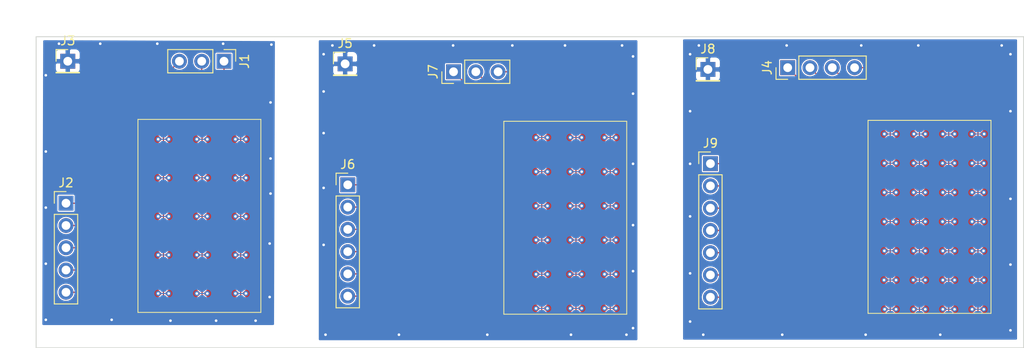
<source format=kicad_pcb>
(kicad_pcb (version 20171130) (host pcbnew 5.1.9-73d0e3b20d~88~ubuntu20.04.1)
  (layers (0 F.Cu signal) (31 B.Cu signal) (34 B.Paste user) (35 F.Paste user) (36 B.SilkS user) (37 F.SilkS user) (38 B.Mask user) (39 F.Mask user hide) (44 Edge.Cuts user))
  (net 0 "")
  (net 1 "Net-(J1-Pad3)")
  (net 2 "Net-(J1-Pad2)")
  (net 3 "Net-(J1-Pad1)")
  (net 4 "Net-(J2-Pad5)")
  (net 5 "Net-(J2-Pad4)")
  (net 6 "Net-(J2-Pad3)")
  (net 7 "Net-(J2-Pad2)")
  (net 8 "Net-(J2-Pad1)")
  (net 9 GND)
  (net 10 "Net-(J4-Pad4)")
  (net 11 "Net-(J4-Pad3)")
  (net 12 "Net-(J4-Pad2)")
  (net 13 "Net-(J4-Pad1)")
  (net 14 "Net-(J6-Pad6)")
  (net 15 "Net-(J6-Pad5)")
  (net 16 "Net-(J6-Pad4)")
  (net 17 "Net-(J6-Pad3)")
  (net 18 "Net-(J6-Pad2)")
  (net 19 "Net-(J6-Pad1)")
  (net 20 "Net-(J7-Pad3)")
  (net 21 "Net-(J7-Pad2)")
  (net 22 "Net-(J7-Pad1)")
  (net 23 "Net-(J9-Pad7)")
  (net 24 "Net-(J9-Pad6)")
  (net 25 "Net-(J9-Pad5)")
  (net 26 "Net-(J9-Pad4)")
  (net 27 "Net-(J9-Pad3)")
  (net 28 "Net-(J9-Pad2)")
  (net 29 "Net-(J9-Pad1)")
  (module cap_sense:CAP_SENSE_3.0mm_rx-tx_half (layer F.Cu) (at 172.464942 29.399706 180)
    (fp_text reference U150 hide)
    (fp_text value CAP_SENSE_3mm_rx-tx-_half hide)
    (fp_poly (pts (xy 1.463711 1.463711) (xy -1.463711 1.463711) (xy 0 0)) (layer F.Cu) (width 0.03))
  )
  (module cap_sense:CAP_SENSE_3.0mm_rx-tx_half (layer F.Cu) (at 165.598344 46.266204 270)
    (fp_text reference U149 hide)
    (fp_text value CAP_SENSE_3mm_rx-tx-_half hide)
    (fp_poly (pts (xy 1.463711 1.463711) (xy -1.463711 1.463711) (xy 0 0)) (layer F.Cu) (width 0.03))
  )
  (module cap_sense:CAP_SENSE_3.0mm_rx-tx_half (layer F.Cu) (at 175.99824 42.932904 90)
    (fp_text reference U148 hide)
    (fp_text value CAP_SENSE_3mm_rx-tx-_half hide)
    (fp_poly (pts (xy 1.463711 1.463711) (xy -1.463711 1.463711) (xy 0 0)) (layer F.Cu) (width 0.03))
  )
  (module cap_sense:CAP_SENSE_3.0mm_rx-tx_half (layer F.Cu) (at 175.99824 29.599704 90)
    (fp_text reference U147 hide)
    (fp_text value CAP_SENSE_3mm_rx-tx-_half hide)
    (fp_poly (pts (xy 1.463711 1.463711) (xy -1.463711 1.463711) (xy 0 0)) (layer F.Cu) (width 0.03))
  )
  (module cap_sense:CAP_SENSE_3.0mm_rx-tx_half (layer F.Cu) (at 165.598344 39.599604 270)
    (fp_text reference U146 hide)
    (fp_text value CAP_SENSE_3mm_rx-tx-_half hide)
    (fp_poly (pts (xy 1.463711 1.463711) (xy -1.463711 1.463711) (xy 0 0)) (layer F.Cu) (width 0.03))
  )
  (module cap_sense:CAP_SENSE_3.0mm_rx-tx_half (layer F.Cu) (at 175.99824 36.266304 90)
    (fp_text reference U145 hide)
    (fp_text value CAP_SENSE_3mm_rx-tx-_half hide)
    (fp_poly (pts (xy 1.463711 1.463711) (xy -1.463711 1.463711) (xy 0 0)) (layer F.Cu) (width 0.03))
  )
  (module cap_sense:CAP_SENSE_3.0mm_rx-tx_half (layer F.Cu) (at 175.798242 49.799502)
    (fp_text reference U144 hide)
    (fp_text value CAP_SENSE_3mm_rx-tx-_half hide)
    (fp_poly (pts (xy 1.463711 1.463711) (xy -1.463711 1.463711) (xy 0 0)) (layer F.Cu) (width 0.03))
  )
  (module cap_sense:CAP_SENSE_3.0mm_rx-tx_half (layer F.Cu) (at 175.99824 39.599604 90)
    (fp_text reference U143 hide)
    (fp_text value CAP_SENSE_3mm_rx-tx-_half hide)
    (fp_poly (pts (xy 1.463711 1.463711) (xy -1.463711 1.463711) (xy 0 0)) (layer F.Cu) (width 0.03))
  )
  (module cap_sense:CAP_SENSE_3.0mm_rx-tx_half (layer F.Cu) (at 165.598344 36.266304 270)
    (fp_text reference U136 hide)
    (fp_text value CAP_SENSE_3mm_rx-tx-_half hide)
    (fp_poly (pts (xy 1.463711 1.463711) (xy -1.463711 1.463711) (xy 0 0)) (layer F.Cu) (width 0.03))
  )
  (module cap_sense:CAP_SENSE_3.0mm_rx-tx_half (layer F.Cu) (at 175.99824 32.933004 90)
    (fp_text reference U135 hide)
    (fp_text value CAP_SENSE_3mm_rx-tx-_half hide)
    (fp_poly (pts (xy 1.463711 1.463711) (xy -1.463711 1.463711) (xy 0 0)) (layer F.Cu) (width 0.03))
  )
  (module cap_sense:CAP_SENSE_3.0mm_rx-tx_half (layer F.Cu) (at 169.131642 49.799502)
    (fp_text reference U122 hide)
    (fp_text value CAP_SENSE_3mm_rx-tx-_half hide)
    (fp_poly (pts (xy 1.463711 1.463711) (xy -1.463711 1.463711) (xy 0 0)) (layer F.Cu) (width 0.03))
  )
  (module cap_sense:CAP_SENSE_3.0mm_rx-tx_half (layer F.Cu) (at 165.798342 29.399706 180)
    (fp_text reference U120 hide)
    (fp_text value CAP_SENSE_3mm_rx-tx-_half hide)
    (fp_poly (pts (xy 1.463711 1.463711) (xy -1.463711 1.463711) (xy 0 0)) (layer F.Cu) (width 0.03))
  )
  (module cap_sense:CAP_SENSE_3.0mm_rx-tx_half (layer F.Cu) (at 175.798242 29.399706 180)
    (fp_text reference U113 hide)
    (fp_text value CAP_SENSE_3mm_rx-tx-_half hide)
    (fp_poly (pts (xy 1.463711 1.463711) (xy -1.463711 1.463711) (xy 0 0)) (layer F.Cu) (width 0.03))
  )
  (module cap_sense:CAP_SENSE_3.0mm_rx-tx_half (layer F.Cu) (at 165.598344 49.599504 270)
    (fp_text reference U105 hide)
    (fp_text value CAP_SENSE_3mm_rx-tx-_half hide)
    (fp_poly (pts (xy 1.463711 1.463711) (xy -1.463711 1.463711) (xy 0 0)) (layer F.Cu) (width 0.03))
  )
  (module cap_sense:CAP_SENSE_3.0mm_rx-tx_half (layer F.Cu) (at 172.464942 49.799502)
    (fp_text reference U101 hide)
    (fp_text value CAP_SENSE_3mm_rx-tx-_half hide)
    (fp_poly (pts (xy 1.463711 1.463711) (xy -1.463711 1.463711) (xy 0 0)) (layer F.Cu) (width 0.03))
  )
  (module cap_sense:CAP_SENSE_3.0mm_rx-tx_half (layer F.Cu) (at 175.99824 49.599504 90)
    (fp_text reference U99 hide)
    (fp_text value CAP_SENSE_3mm_rx-tx-_half hide)
    (fp_poly (pts (xy 1.463711 1.463711) (xy -1.463711 1.463711) (xy 0 0)) (layer F.Cu) (width 0.03))
  )
  (module cap_sense:CAP_SENSE_3.0mm_rx-tx_half (layer F.Cu) (at 165.598344 32.933004 270)
    (fp_text reference U61 hide)
    (fp_text value CAP_SENSE_3mm_rx-tx-_half hide)
    (fp_poly (pts (xy 1.463711 1.463711) (xy -1.463711 1.463711) (xy 0 0)) (layer F.Cu) (width 0.03))
  )
  (module cap_sense:CAP_SENSE_3.0mm_rx-tx_half (layer F.Cu) (at 165.598344 42.932904 270)
    (fp_text reference U59 hide)
    (fp_text value CAP_SENSE_3mm_rx-tx-_half hide)
    (fp_poly (pts (xy 1.463711 1.463711) (xy -1.463711 1.463711) (xy 0 0)) (layer F.Cu) (width 0.03))
  )
  (module cap_sense:CAP_SENSE_3.0mm_rx-tx_half (layer F.Cu) (at 165.798342 49.799502)
    (fp_text reference U55 hide)
    (fp_text value CAP_SENSE_3mm_rx-tx-_half hide)
    (fp_poly (pts (xy 1.463711 1.463711) (xy -1.463711 1.463711) (xy 0 0)) (layer F.Cu) (width 0.03))
  )
  (module cap_sense:CAP_SENSE_3.0mm_rx-tx_half (layer F.Cu) (at 165.598344 29.599704 270)
    (fp_text reference U46 hide)
    (fp_text value CAP_SENSE_3mm_rx-tx-_half hide)
    (fp_poly (pts (xy 1.463711 1.463711) (xy -1.463711 1.463711) (xy 0 0)) (layer F.Cu) (width 0.03))
  )
  (module cap_sense:CAP_SENSE_3.0mm_rx-tx_half (layer F.Cu) (at 175.99824 46.266204 90)
    (fp_text reference U44 hide)
    (fp_text value CAP_SENSE_3mm_rx-tx-_half hide)
    (fp_poly (pts (xy 1.463711 1.463711) (xy -1.463711 1.463711) (xy 0 0)) (layer F.Cu) (width 0.03))
  )
  (module cap_sense:CAP_SENSE_3.0mm_rx-tx_half (layer F.Cu) (at 169.131642 29.399706 180)
    (fp_text reference U40 hide)
    (fp_text value CAP_SENSE_3mm_rx-tx-_half hide)
    (fp_poly (pts (xy 1.463711 1.463711) (xy -1.463711 1.463711) (xy 0 0)) (layer F.Cu) (width 0.03))
  )
  (module cap_sense:CAP_SENSE_3.0mm_rx-tx_whole (layer F.Cu) (at 170.798292 34.799652)
    (fp_text reference U142 hide)
    (fp_text value CAP_SENSE_3mm_rx-tx-_whole hide)
    (fp_poly (pts (xy 1.463711 1.463711) (xy -1.463711 1.463711) (xy 0 0)) (layer F.Cu) (width 0.03))
    (fp_poly (pts (xy -1.463711 1.463711) (xy 1.463711 1.463711) (xy 0 2.927422)) (layer F.Cu) (width 0.03))
  )
  (module cap_sense:CAP_SENSE_3.0mm_rx-tx_whole (layer F.Cu) (at 172.464942 29.799702)
    (fp_text reference U141 hide)
    (fp_text value CAP_SENSE_3mm_rx-tx-_whole hide)
    (fp_poly (pts (xy 1.463711 1.463711) (xy -1.463711 1.463711) (xy 0 0)) (layer F.Cu) (width 0.03))
    (fp_poly (pts (xy -1.463711 1.463711) (xy 1.463711 1.463711) (xy 0 2.927422)) (layer F.Cu) (width 0.03))
  )
  (module cap_sense:CAP_SENSE_3.0mm_rx-tx_whole (layer F.Cu) (at 175.798242 33.133002)
    (fp_text reference U140 hide)
    (fp_text value CAP_SENSE_3mm_rx-tx-_whole hide)
    (fp_poly (pts (xy 1.463711 1.463711) (xy -1.463711 1.463711) (xy 0 0)) (layer F.Cu) (width 0.03))
    (fp_poly (pts (xy -1.463711 1.463711) (xy 1.463711 1.463711) (xy 0 2.927422)) (layer F.Cu) (width 0.03))
  )
  (module cap_sense:CAP_SENSE_3.0mm_rx-tx_whole (layer F.Cu) (at 169.131642 29.799702)
    (fp_text reference U139 hide)
    (fp_text value CAP_SENSE_3mm_rx-tx-_whole hide)
    (fp_poly (pts (xy 1.463711 1.463711) (xy -1.463711 1.463711) (xy 0 0)) (layer F.Cu) (width 0.03))
    (fp_poly (pts (xy -1.463711 1.463711) (xy 1.463711 1.463711) (xy 0 2.927422)) (layer F.Cu) (width 0.03))
  )
  (module cap_sense:CAP_SENSE_3.0mm_rx-tx_whole (layer F.Cu) (at 175.598244 29.599704 270)
    (fp_text reference U138 hide)
    (fp_text value CAP_SENSE_3mm_rx-tx-_whole hide)
    (fp_poly (pts (xy 1.463711 1.463711) (xy -1.463711 1.463711) (xy 0 0)) (layer F.Cu) (width 0.03))
    (fp_poly (pts (xy -1.463711 1.463711) (xy 1.463711 1.463711) (xy 0 2.927422)) (layer F.Cu) (width 0.03))
  )
  (module cap_sense:CAP_SENSE_3.0mm_rx-tx_whole (layer F.Cu) (at 174.131592 31.466352)
    (fp_text reference U137 hide)
    (fp_text value CAP_SENSE_3mm_rx-tx-_whole hide)
    (fp_poly (pts (xy 1.463711 1.463711) (xy -1.463711 1.463711) (xy 0 0)) (layer F.Cu) (width 0.03))
    (fp_poly (pts (xy -1.463711 1.463711) (xy 1.463711 1.463711) (xy 0 2.927422)) (layer F.Cu) (width 0.03))
  )
  (module cap_sense:CAP_SENSE_3.0mm_rx-tx_whole (layer F.Cu) (at 172.464942 36.466302)
    (fp_text reference U134 hide)
    (fp_text value CAP_SENSE_3mm_rx-tx-_whole hide)
    (fp_poly (pts (xy 1.463711 1.463711) (xy -1.463711 1.463711) (xy 0 0)) (layer F.Cu) (width 0.03))
    (fp_poly (pts (xy -1.463711 1.463711) (xy 1.463711 1.463711) (xy 0 2.927422)) (layer F.Cu) (width 0.03))
  )
  (module cap_sense:CAP_SENSE_3.0mm_rx-tx_whole (layer F.Cu) (at 165.798342 29.799702)
    (fp_text reference U133 hide)
    (fp_text value CAP_SENSE_3mm_rx-tx-_whole hide)
    (fp_poly (pts (xy 1.463711 1.463711) (xy -1.463711 1.463711) (xy 0 0)) (layer F.Cu) (width 0.03))
    (fp_poly (pts (xy -1.463711 1.463711) (xy 1.463711 1.463711) (xy 0 2.927422)) (layer F.Cu) (width 0.03))
  )
  (module cap_sense:CAP_SENSE_3.0mm_rx-tx_whole (layer F.Cu) (at 167.464992 34.799652)
    (fp_text reference U132 hide)
    (fp_text value CAP_SENSE_3mm_rx-tx-_whole hide)
    (fp_poly (pts (xy 1.463711 1.463711) (xy -1.463711 1.463711) (xy 0 0)) (layer F.Cu) (width 0.03))
    (fp_poly (pts (xy -1.463711 1.463711) (xy 1.463711 1.463711) (xy 0 2.927422)) (layer F.Cu) (width 0.03))
  )
  (module cap_sense:CAP_SENSE_3.0mm_rx-tx_whole (layer F.Cu) (at 167.464992 38.132952)
    (fp_text reference U131 hide)
    (fp_text value CAP_SENSE_3mm_rx-tx-_whole hide)
    (fp_poly (pts (xy 1.463711 1.463711) (xy -1.463711 1.463711) (xy 0 0)) (layer F.Cu) (width 0.03))
    (fp_poly (pts (xy -1.463711 1.463711) (xy 1.463711 1.463711) (xy 0 2.927422)) (layer F.Cu) (width 0.03))
  )
  (module cap_sense:CAP_SENSE_3.0mm_rx-tx_whole (layer F.Cu) (at 175.798242 36.466302)
    (fp_text reference U130 hide)
    (fp_text value CAP_SENSE_3mm_rx-tx-_whole hide)
    (fp_poly (pts (xy 1.463711 1.463711) (xy -1.463711 1.463711) (xy 0 0)) (layer F.Cu) (width 0.03))
    (fp_poly (pts (xy -1.463711 1.463711) (xy 1.463711 1.463711) (xy 0 2.927422)) (layer F.Cu) (width 0.03))
  )
  (module cap_sense:CAP_SENSE_3.0mm_rx-tx_whole (layer F.Cu) (at 170.798292 31.466352)
    (fp_text reference U129 hide)
    (fp_text value CAP_SENSE_3mm_rx-tx-_whole hide)
    (fp_poly (pts (xy 1.463711 1.463711) (xy -1.463711 1.463711) (xy 0 0)) (layer F.Cu) (width 0.03))
    (fp_poly (pts (xy -1.463711 1.463711) (xy 1.463711 1.463711) (xy 0 2.927422)) (layer F.Cu) (width 0.03))
  )
  (module cap_sense:CAP_SENSE_3.0mm_rx-tx_whole (layer F.Cu) (at 175.798242 29.799702)
    (fp_text reference U128 hide)
    (fp_text value CAP_SENSE_3mm_rx-tx-_whole hide)
    (fp_poly (pts (xy 1.463711 1.463711) (xy -1.463711 1.463711) (xy 0 0)) (layer F.Cu) (width 0.03))
    (fp_poly (pts (xy -1.463711 1.463711) (xy 1.463711 1.463711) (xy 0 2.927422)) (layer F.Cu) (width 0.03))
  )
  (module cap_sense:CAP_SENSE_3.0mm_rx-tx_whole (layer F.Cu) (at 165.798342 39.799602)
    (fp_text reference U127 hide)
    (fp_text value CAP_SENSE_3mm_rx-tx-_whole hide)
    (fp_poly (pts (xy 1.463711 1.463711) (xy -1.463711 1.463711) (xy 0 0)) (layer F.Cu) (width 0.03))
    (fp_poly (pts (xy -1.463711 1.463711) (xy 1.463711 1.463711) (xy 0 2.927422)) (layer F.Cu) (width 0.03))
  )
  (module cap_sense:CAP_SENSE_3.0mm_rx-tx_whole (layer F.Cu) (at 167.464992 31.466352)
    (fp_text reference U126 hide)
    (fp_text value CAP_SENSE_3mm_rx-tx-_whole hide)
    (fp_poly (pts (xy 1.463711 1.463711) (xy -1.463711 1.463711) (xy 0 0)) (layer F.Cu) (width 0.03))
    (fp_poly (pts (xy -1.463711 1.463711) (xy 1.463711 1.463711) (xy 0 2.927422)) (layer F.Cu) (width 0.03))
  )
  (module cap_sense:CAP_SENSE_3.0mm_rx-tx_whole (layer F.Cu) (at 169.131642 33.133002)
    (fp_text reference U125 hide)
    (fp_text value CAP_SENSE_3mm_rx-tx-_whole hide)
    (fp_poly (pts (xy 1.463711 1.463711) (xy -1.463711 1.463711) (xy 0 0)) (layer F.Cu) (width 0.03))
    (fp_poly (pts (xy -1.463711 1.463711) (xy 1.463711 1.463711) (xy 0 2.927422)) (layer F.Cu) (width 0.03))
  )
  (module cap_sense:CAP_SENSE_3.0mm_rx-tx_whole (layer F.Cu) (at 169.131642 36.466302)
    (fp_text reference U124 hide)
    (fp_text value CAP_SENSE_3mm_rx-tx-_whole hide)
    (fp_poly (pts (xy 1.463711 1.463711) (xy -1.463711 1.463711) (xy 0 0)) (layer F.Cu) (width 0.03))
    (fp_poly (pts (xy -1.463711 1.463711) (xy 1.463711 1.463711) (xy 0 2.927422)) (layer F.Cu) (width 0.03))
  )
  (module cap_sense:CAP_SENSE_3.0mm_rx-tx_whole (layer F.Cu) (at 172.464942 46.466202)
    (fp_text reference U123 hide)
    (fp_text value CAP_SENSE_3mm_rx-tx-_whole hide)
    (fp_poly (pts (xy 1.463711 1.463711) (xy -1.463711 1.463711) (xy 0 0)) (layer F.Cu) (width 0.03))
    (fp_poly (pts (xy -1.463711 1.463711) (xy 1.463711 1.463711) (xy 0 2.927422)) (layer F.Cu) (width 0.03))
  )
  (module cap_sense:CAP_SENSE_3.0mm_rx-tx_whole (layer F.Cu) (at 165.798342 36.466302)
    (fp_text reference U121 hide)
    (fp_text value CAP_SENSE_3mm_rx-tx-_whole hide)
    (fp_poly (pts (xy 1.463711 1.463711) (xy -1.463711 1.463711) (xy 0 0)) (layer F.Cu) (width 0.03))
    (fp_poly (pts (xy -1.463711 1.463711) (xy 1.463711 1.463711) (xy 0 2.927422)) (layer F.Cu) (width 0.03))
  )
  (module cap_sense:CAP_SENSE_3.0mm_rx-tx_whole (layer F.Cu) (at 172.464942 43.132902)
    (fp_text reference U119 hide)
    (fp_text value CAP_SENSE_3mm_rx-tx-_whole hide)
    (fp_poly (pts (xy 1.463711 1.463711) (xy -1.463711 1.463711) (xy 0 0)) (layer F.Cu) (width 0.03))
    (fp_poly (pts (xy -1.463711 1.463711) (xy 1.463711 1.463711) (xy 0 2.927422)) (layer F.Cu) (width 0.03))
  )
  (module cap_sense:CAP_SENSE_3.0mm_rx-tx_whole (layer F.Cu) (at 174.131592 38.132952)
    (fp_text reference U118 hide)
    (fp_text value CAP_SENSE_3mm_rx-tx-_whole hide)
    (fp_poly (pts (xy 1.463711 1.463711) (xy -1.463711 1.463711) (xy 0 0)) (layer F.Cu) (width 0.03))
    (fp_poly (pts (xy -1.463711 1.463711) (xy 1.463711 1.463711) (xy 0 2.927422)) (layer F.Cu) (width 0.03))
  )
  (module cap_sense:CAP_SENSE_3.0mm_rx-tx_whole (layer F.Cu) (at 174.131592 34.799652)
    (fp_text reference U117 hide)
    (fp_text value CAP_SENSE_3mm_rx-tx-_whole hide)
    (fp_poly (pts (xy 1.463711 1.463711) (xy -1.463711 1.463711) (xy 0 0)) (layer F.Cu) (width 0.03))
    (fp_poly (pts (xy -1.463711 1.463711) (xy 1.463711 1.463711) (xy 0 2.927422)) (layer F.Cu) (width 0.03))
  )
  (module cap_sense:CAP_SENSE_3.0mm_rx-tx_whole (layer F.Cu) (at 172.464942 33.133002)
    (fp_text reference U116 hide)
    (fp_text value CAP_SENSE_3mm_rx-tx-_whole hide)
    (fp_poly (pts (xy 1.463711 1.463711) (xy -1.463711 1.463711) (xy 0 0)) (layer F.Cu) (width 0.03))
    (fp_poly (pts (xy -1.463711 1.463711) (xy 1.463711 1.463711) (xy 0 2.927422)) (layer F.Cu) (width 0.03))
  )
  (module cap_sense:CAP_SENSE_3.0mm_rx-tx_whole (layer F.Cu) (at 165.798342 43.132902)
    (fp_text reference U115 hide)
    (fp_text value CAP_SENSE_3mm_rx-tx-_whole hide)
    (fp_poly (pts (xy 1.463711 1.463711) (xy -1.463711 1.463711) (xy 0 0)) (layer F.Cu) (width 0.03))
    (fp_poly (pts (xy -1.463711 1.463711) (xy 1.463711 1.463711) (xy 0 2.927422)) (layer F.Cu) (width 0.03))
  )
  (module cap_sense:CAP_SENSE_3.0mm_rx-tx_whole (layer F.Cu) (at 165.798342 33.133002)
    (fp_text reference U114 hide)
    (fp_text value CAP_SENSE_3mm_rx-tx-_whole hide)
    (fp_poly (pts (xy 1.463711 1.463711) (xy -1.463711 1.463711) (xy 0 0)) (layer F.Cu) (width 0.03))
    (fp_poly (pts (xy -1.463711 1.463711) (xy 1.463711 1.463711) (xy 0 2.927422)) (layer F.Cu) (width 0.03))
  )
  (module cap_sense:CAP_SENSE_3.0mm_rx-tx_whole (layer F.Cu) (at 175.798242 39.799602)
    (fp_text reference U112 hide)
    (fp_text value CAP_SENSE_3mm_rx-tx-_whole hide)
    (fp_poly (pts (xy 1.463711 1.463711) (xy -1.463711 1.463711) (xy 0 0)) (layer F.Cu) (width 0.03))
    (fp_poly (pts (xy -1.463711 1.463711) (xy 1.463711 1.463711) (xy 0 2.927422)) (layer F.Cu) (width 0.03))
  )
  (module cap_sense:CAP_SENSE_3.0mm_rx-tx_whole (layer F.Cu) (at 174.131592 44.799552)
    (fp_text reference U111 hide)
    (fp_text value CAP_SENSE_3mm_rx-tx-_whole hide)
    (fp_poly (pts (xy 1.463711 1.463711) (xy -1.463711 1.463711) (xy 0 0)) (layer F.Cu) (width 0.03))
    (fp_poly (pts (xy -1.463711 1.463711) (xy 1.463711 1.463711) (xy 0 2.927422)) (layer F.Cu) (width 0.03))
  )
  (module cap_sense:CAP_SENSE_3.0mm_rx-tx_whole (layer F.Cu) (at 167.464992 44.799552)
    (fp_text reference U110 hide)
    (fp_text value CAP_SENSE_3mm_rx-tx-_whole hide)
    (fp_poly (pts (xy 1.463711 1.463711) (xy -1.463711 1.463711) (xy 0 0)) (layer F.Cu) (width 0.03))
    (fp_poly (pts (xy -1.463711 1.463711) (xy 1.463711 1.463711) (xy 0 2.927422)) (layer F.Cu) (width 0.03))
  )
  (module cap_sense:CAP_SENSE_3.0mm_rx-tx_whole (layer F.Cu) (at 169.131642 43.132902)
    (fp_text reference U109 hide)
    (fp_text value CAP_SENSE_3mm_rx-tx-_whole hide)
    (fp_poly (pts (xy 1.463711 1.463711) (xy -1.463711 1.463711) (xy 0 0)) (layer F.Cu) (width 0.03))
    (fp_poly (pts (xy -1.463711 1.463711) (xy 1.463711 1.463711) (xy 0 2.927422)) (layer F.Cu) (width 0.03))
  )
  (module cap_sense:CAP_SENSE_3.0mm_rx-tx_whole (layer F.Cu) (at 170.798292 48.132852)
    (fp_text reference U108 hide)
    (fp_text value CAP_SENSE_3mm_rx-tx-_whole hide)
    (fp_poly (pts (xy 1.463711 1.463711) (xy -1.463711 1.463711) (xy 0 0)) (layer F.Cu) (width 0.03))
    (fp_poly (pts (xy -1.463711 1.463711) (xy 1.463711 1.463711) (xy 0 2.927422)) (layer F.Cu) (width 0.03))
  )
  (module cap_sense:CAP_SENSE_3.0mm_rx-tx_whole (layer F.Cu) (at 174.131592 48.132852)
    (fp_text reference U107 hide)
    (fp_text value CAP_SENSE_3mm_rx-tx-_whole hide)
    (fp_poly (pts (xy 1.463711 1.463711) (xy -1.463711 1.463711) (xy 0 0)) (layer F.Cu) (width 0.03))
    (fp_poly (pts (xy -1.463711 1.463711) (xy 1.463711 1.463711) (xy 0 2.927422)) (layer F.Cu) (width 0.03))
  )
  (module cap_sense:CAP_SENSE_3.0mm_rx-tx_whole (layer F.Cu) (at 175.798242 46.466202)
    (fp_text reference U106 hide)
    (fp_text value CAP_SENSE_3mm_rx-tx-_whole hide)
    (fp_poly (pts (xy 1.463711 1.463711) (xy -1.463711 1.463711) (xy 0 0)) (layer F.Cu) (width 0.03))
    (fp_poly (pts (xy -1.463711 1.463711) (xy 1.463711 1.463711) (xy 0 2.927422)) (layer F.Cu) (width 0.03))
  )
  (module cap_sense:CAP_SENSE_3.0mm_rx-tx_whole (layer F.Cu) (at 167.464992 28.133052)
    (fp_text reference U104 hide)
    (fp_text value CAP_SENSE_3mm_rx-tx-_whole hide)
    (fp_poly (pts (xy 1.463711 1.463711) (xy -1.463711 1.463711) (xy 0 0)) (layer F.Cu) (width 0.03))
    (fp_poly (pts (xy -1.463711 1.463711) (xy 1.463711 1.463711) (xy 0 2.927422)) (layer F.Cu) (width 0.03))
  )
  (module cap_sense:CAP_SENSE_3.0mm_rx-tx_whole (layer F.Cu) (at 167.464992 48.132852)
    (fp_text reference U103 hide)
    (fp_text value CAP_SENSE_3mm_rx-tx-_whole hide)
    (fp_poly (pts (xy 1.463711 1.463711) (xy -1.463711 1.463711) (xy 0 0)) (layer F.Cu) (width 0.03))
    (fp_poly (pts (xy -1.463711 1.463711) (xy 1.463711 1.463711) (xy 0 2.927422)) (layer F.Cu) (width 0.03))
  )
  (module cap_sense:CAP_SENSE_3.0mm_rx-tx_whole (layer F.Cu) (at 174.131592 41.466252)
    (fp_text reference U102 hide)
    (fp_text value CAP_SENSE_3mm_rx-tx-_whole hide)
    (fp_poly (pts (xy 1.463711 1.463711) (xy -1.463711 1.463711) (xy 0 0)) (layer F.Cu) (width 0.03))
    (fp_poly (pts (xy -1.463711 1.463711) (xy 1.463711 1.463711) (xy 0 2.927422)) (layer F.Cu) (width 0.03))
  )
  (module cap_sense:CAP_SENSE_3.0mm_rx-tx_whole (layer F.Cu) (at 170.798292 44.799552)
    (fp_text reference U100 hide)
    (fp_text value CAP_SENSE_3mm_rx-tx-_whole hide)
    (fp_poly (pts (xy 1.463711 1.463711) (xy -1.463711 1.463711) (xy 0 0)) (layer F.Cu) (width 0.03))
    (fp_poly (pts (xy -1.463711 1.463711) (xy 1.463711 1.463711) (xy 0 2.927422)) (layer F.Cu) (width 0.03))
  )
  (module cap_sense:CAP_SENSE_3.0mm_rx-tx_whole (layer F.Cu) (at 172.464942 39.799602)
    (fp_text reference U98 hide)
    (fp_text value CAP_SENSE_3mm_rx-tx-_whole hide)
    (fp_poly (pts (xy 1.463711 1.463711) (xy -1.463711 1.463711) (xy 0 0)) (layer F.Cu) (width 0.03))
    (fp_poly (pts (xy -1.463711 1.463711) (xy 1.463711 1.463711) (xy 0 2.927422)) (layer F.Cu) (width 0.03))
  )
  (module cap_sense:CAP_SENSE_3.0mm_rx-tx_whole (layer F.Cu) (at 169.131642 46.466202)
    (fp_text reference U97 hide)
    (fp_text value CAP_SENSE_3mm_rx-tx-_whole hide)
    (fp_poly (pts (xy 1.463711 1.463711) (xy -1.463711 1.463711) (xy 0 0)) (layer F.Cu) (width 0.03))
    (fp_poly (pts (xy -1.463711 1.463711) (xy 1.463711 1.463711) (xy 0 2.927422)) (layer F.Cu) (width 0.03))
  )
  (module cap_sense:CAP_SENSE_3.0mm_rx-tx_whole (layer F.Cu) (at 170.798292 38.132952)
    (fp_text reference U57 hide)
    (fp_text value CAP_SENSE_3mm_rx-tx-_whole hide)
    (fp_poly (pts (xy 1.463711 1.463711) (xy -1.463711 1.463711) (xy 0 0)) (layer F.Cu) (width 0.03))
    (fp_poly (pts (xy -1.463711 1.463711) (xy 1.463711 1.463711) (xy 0 2.927422)) (layer F.Cu) (width 0.03))
  )
  (module cap_sense:CAP_SENSE_3.0mm_rx-tx_whole (layer F.Cu) (at 170.798292 41.466252)
    (fp_text reference U47 hide)
    (fp_text value CAP_SENSE_3mm_rx-tx-_whole hide)
    (fp_poly (pts (xy 1.463711 1.463711) (xy -1.463711 1.463711) (xy 0 0)) (layer F.Cu) (width 0.03))
    (fp_poly (pts (xy -1.463711 1.463711) (xy 1.463711 1.463711) (xy 0 2.927422)) (layer F.Cu) (width 0.03))
  )
  (module cap_sense:CAP_SENSE_3.0mm_rx-tx_whole (layer F.Cu) (at 165.798342 46.466202)
    (fp_text reference U45 hide)
    (fp_text value CAP_SENSE_3mm_rx-tx-_whole hide)
    (fp_poly (pts (xy 1.463711 1.463711) (xy -1.463711 1.463711) (xy 0 0)) (layer F.Cu) (width 0.03))
    (fp_poly (pts (xy -1.463711 1.463711) (xy 1.463711 1.463711) (xy 0 2.927422)) (layer F.Cu) (width 0.03))
  )
  (module cap_sense:CAP_SENSE_3.0mm_rx-tx_whole (layer F.Cu) (at 167.464992 41.466252)
    (fp_text reference U43 hide)
    (fp_text value CAP_SENSE_3mm_rx-tx-_whole hide)
    (fp_poly (pts (xy 1.463711 1.463711) (xy -1.463711 1.463711) (xy 0 0)) (layer F.Cu) (width 0.03))
    (fp_poly (pts (xy -1.463711 1.463711) (xy 1.463711 1.463711) (xy 0 2.927422)) (layer F.Cu) (width 0.03))
  )
  (module cap_sense:CAP_SENSE_3.0mm_rx-tx_whole (layer F.Cu) (at 169.131642 39.799602)
    (fp_text reference U42 hide)
    (fp_text value CAP_SENSE_3mm_rx-tx-_whole hide)
    (fp_poly (pts (xy 1.463711 1.463711) (xy -1.463711 1.463711) (xy 0 0)) (layer F.Cu) (width 0.03))
    (fp_poly (pts (xy -1.463711 1.463711) (xy 1.463711 1.463711) (xy 0 2.927422)) (layer F.Cu) (width 0.03))
  )
  (module cap_sense:CAP_SENSE_3.0mm_rx-tx_whole (layer F.Cu) (at 175.798242 43.132902)
    (fp_text reference U39 hide)
    (fp_text value CAP_SENSE_3mm_rx-tx-_whole hide)
    (fp_poly (pts (xy 1.463711 1.463711) (xy -1.463711 1.463711) (xy 0 0)) (layer F.Cu) (width 0.03))
    (fp_poly (pts (xy -1.463711 1.463711) (xy 1.463711 1.463711) (xy 0 2.927422)) (layer F.Cu) (width 0.03))
  )
  (module cap_sense:CAP_SENSE_3.0mm_rx-tx_whole (layer F.Cu) (at 172.264944 29.599704 270)
    (fp_text reference U41 hide)
    (fp_text value CAP_SENSE_3mm_rx-tx-_whole hide)
    (fp_poly (pts (xy 1.463711 1.463711) (xy -1.463711 1.463711) (xy 0 0)) (layer F.Cu) (width 0.03))
    (fp_poly (pts (xy -1.463711 1.463711) (xy 1.463711 1.463711) (xy 0 2.927422)) (layer F.Cu) (width 0.03))
  )
  (module Connector_PinHeader_2.54mm:PinHeader_1x07_P2.54mm_Vertical (layer F.Cu) (at 145.31678 32.983692)
    (fp_text reference J9 (at 0 -2.33) (layer F.SilkS))
    (fp_text value Conn_01x07_Female)
    (pad 7 thru_hole oval (at 0 15.24) (size 1.7 1.7) (drill 1) (layers *.Cu *.Mask) (net 23 "Net-(J9-Pad7)"))
    (pad 6 thru_hole oval (at 0 12.7) (size 1.7 1.7) (drill 1) (layers *.Cu *.Mask) (net 24 "Net-(J9-Pad6)"))
    (pad 5 thru_hole oval (at 0 10.16) (size 1.7 1.7) (drill 1) (layers *.Cu *.Mask) (net 25 "Net-(J9-Pad5)"))
    (pad 4 thru_hole oval (at 0 7.62) (size 1.7 1.7) (drill 1) (layers *.Cu *.Mask) (net 26 "Net-(J9-Pad4)"))
    (pad 3 thru_hole oval (at 0 5.08) (size 1.7 1.7) (drill 1) (layers *.Cu *.Mask) (net 27 "Net-(J9-Pad3)"))
    (pad 2 thru_hole oval (at 0 2.54) (size 1.7 1.7) (drill 1) (layers *.Cu *.Mask) (net 28 "Net-(J9-Pad2)"))
    (pad 1 thru_hole rect (at 0 0) (size 1.7 1.7) (drill 1) (layers *.Cu *.Mask) (net 29 "Net-(J9-Pad1)"))
  )
  (module Connector_PinHeader_2.54mm:PinHeader_1x01_P2.54mm_Vertical (layer F.Cu) (at 145.031883 22.233111)
    (fp_text reference J8 (at 0 -2.33) (layer F.SilkS))
    (fp_text value Conn_01x01_Female)
    (pad 1 thru_hole rect (at 0 0) (size 1.7 1.7) (drill 1) (layers *.Cu *.Mask) (net 9 GND))
  )
  (module Connector_PinHeader_2.54mm:PinHeader_1x03_P2.54mm_Vertical (layer F.Cu) (at 116.05 22.5 90)
    (fp_text reference J7 (at 0 -2.33 90) (layer F.SilkS))
    (fp_text value Conn_01x03_Female)
    (pad 3 thru_hole oval (at 0 5.08 90) (size 1.7 1.7) (drill 1) (layers *.Cu *.Mask) (net 20 "Net-(J7-Pad3)"))
    (pad 2 thru_hole oval (at 0 2.54 90) (size 1.7 1.7) (drill 1) (layers *.Cu *.Mask) (net 21 "Net-(J7-Pad2)"))
    (pad 1 thru_hole rect (at 0 0 90) (size 1.7 1.7) (drill 1) (layers *.Cu *.Mask) (net 22 "Net-(J7-Pad1)"))
  )
  (module cap_sense:CAP_SENSE_3.5mm_rx-tx_half (layer F.Cu) (at 125.9 33.9 270)
    (fp_text reference U96 hide)
    (fp_text value CAP_SENSE_3.5mm_rx-tx-_half hide)
    (fp_poly (pts (xy 1.746554 1.746554) (xy -1.746553 1.746554) (xy 0 0)) (layer F.Cu) (width 0.03))
  )
  (module cap_sense:CAP_SENSE_3.5mm_rx-tx_whole (layer F.Cu) (at 130 30.2)
    (fp_text reference U95 hide)
    (fp_text value CAP_SENSE_3.5mm_rx-tx-_whole hide)
    (fp_poly (pts (xy 1.746554 1.746554) (xy -1.746553 1.746554) (xy 0 0)) (layer F.Cu) (width 0.03))
    (fp_poly (pts (xy 1.746554 1.75) (xy -1.746553 1.75) (xy 0 3.496554)) (layer F.Cu) (width 0.03))
  )
  (module cap_sense:CAP_SENSE_3.5mm_rx-tx_half (layer F.Cu) (at 126.1 49.7)
    (fp_text reference U94 hide)
    (fp_text value CAP_SENSE_3.5mm_rx-tx-_half hide)
    (fp_poly (pts (xy 1.746554 1.746554) (xy -1.746553 1.746554) (xy 0 0)) (layer F.Cu) (width 0.03))
  )
  (module cap_sense:CAP_SENSE_3.5mm_rx-tx_whole (layer F.Cu) (at 126.1 41.9)
    (fp_text reference U93 hide)
    (fp_text value CAP_SENSE_3.5mm_rx-tx-_whole hide)
    (fp_poly (pts (xy 1.746554 1.746554) (xy -1.746553 1.746554) (xy 0 0)) (layer F.Cu) (width 0.03))
    (fp_poly (pts (xy 1.746554 1.75) (xy -1.746553 1.75) (xy 0 3.496554)) (layer F.Cu) (width 0.03))
  )
  (module cap_sense:CAP_SENSE_3.5mm_rx-tx_half (layer F.Cu) (at 134.1 41.7 90)
    (fp_text reference U92 hide)
    (fp_text value CAP_SENSE_3.5mm_rx-tx-_half hide)
    (fp_poly (pts (xy 1.746554 1.746554) (xy -1.746553 1.746554) (xy 0 0)) (layer F.Cu) (width 0.03))
  )
  (module cap_sense:CAP_SENSE_3.5mm_rx-tx_whole (layer F.Cu) (at 128.05 43.85)
    (fp_text reference U91 hide)
    (fp_text value CAP_SENSE_3.5mm_rx-tx-_whole hide)
    (fp_poly (pts (xy 1.746554 1.746554) (xy -1.746553 1.746554) (xy 0 0)) (layer F.Cu) (width 0.03))
    (fp_poly (pts (xy 1.746554 1.75) (xy -1.746553 1.75) (xy 0 3.496554)) (layer F.Cu) (width 0.03))
  )
  (module cap_sense:CAP_SENSE_3.5mm_rx-tx_half (layer F.Cu) (at 125.9 45.6 270)
    (fp_text reference U90 hide)
    (fp_text value CAP_SENSE_3.5mm_rx-tx-_half hide)
    (fp_poly (pts (xy 1.746554 1.746554) (xy -1.746553 1.746554) (xy 0 0)) (layer F.Cu) (width 0.03))
  )
  (module cap_sense:CAP_SENSE_3.5mm_rx-tx_whole (layer F.Cu) (at 131.95 39.95)
    (fp_text reference U89 hide)
    (fp_text value CAP_SENSE_3.5mm_rx-tx-_whole hide)
    (fp_poly (pts (xy 1.746554 1.746554) (xy -1.746553 1.746554) (xy 0 0)) (layer F.Cu) (width 0.03))
    (fp_poly (pts (xy 1.746554 1.75) (xy -1.746553 1.75) (xy 0 3.496554)) (layer F.Cu) (width 0.03))
  )
  (module cap_sense:CAP_SENSE_3.5mm_rx-tx_half (layer F.Cu) (at 134.1 30 90)
    (fp_text reference U88 hide)
    (fp_text value CAP_SENSE_3.5mm_rx-tx-_half hide)
    (fp_poly (pts (xy 1.746554 1.746554) (xy -1.746553 1.746554) (xy 0 0)) (layer F.Cu) (width 0.03))
  )
  (module cap_sense:CAP_SENSE_3.5mm_rx-tx_half (layer F.Cu) (at 133.9 29.8 180)
    (fp_text reference U87 hide)
    (fp_text value CAP_SENSE_3.5mm_rx-tx-_half hide)
    (fp_poly (pts (xy 1.746554 1.746554) (xy -1.746553 1.746554) (xy 0 0)) (layer F.Cu) (width 0.03))
  )
  (module cap_sense:CAP_SENSE_3.5mm_rx-tx_half (layer F.Cu) (at 125.9 49.5 270)
    (fp_text reference U86 hide)
    (fp_text value CAP_SENSE_3.5mm_rx-tx-_half hide)
    (fp_poly (pts (xy 1.746554 1.746554) (xy -1.746553 1.746554) (xy 0 0)) (layer F.Cu) (width 0.03))
  )
  (module cap_sense:CAP_SENSE_3.5mm_rx-tx_whole (layer F.Cu) (at 128.05 36.05)
    (fp_text reference U85 hide)
    (fp_text value CAP_SENSE_3.5mm_rx-tx-_whole hide)
    (fp_poly (pts (xy 1.746554 1.746554) (xy -1.746553 1.746554) (xy 0 0)) (layer F.Cu) (width 0.03))
    (fp_poly (pts (xy 1.746554 1.75) (xy -1.746553 1.75) (xy 0 3.496554)) (layer F.Cu) (width 0.03))
  )
  (module cap_sense:CAP_SENSE_3.5mm_rx-tx_whole (layer F.Cu) (at 130 41.9)
    (fp_text reference U84 hide)
    (fp_text value CAP_SENSE_3.5mm_rx-tx-_whole hide)
    (fp_poly (pts (xy 1.746554 1.746554) (xy -1.746553 1.746554) (xy 0 0)) (layer F.Cu) (width 0.03))
    (fp_poly (pts (xy 1.746554 1.75) (xy -1.746553 1.75) (xy 0 3.496554)) (layer F.Cu) (width 0.03))
  )
  (module cap_sense:CAP_SENSE_3.5mm_rx-tx_whole (layer F.Cu) (at 133.9 34.1)
    (fp_text reference U83 hide)
    (fp_text value CAP_SENSE_3.5mm_rx-tx-_whole hide)
    (fp_poly (pts (xy 1.746554 1.746554) (xy -1.746553 1.746554) (xy 0 0)) (layer F.Cu) (width 0.03))
    (fp_poly (pts (xy 1.746554 1.75) (xy -1.746553 1.75) (xy 0 3.496554)) (layer F.Cu) (width 0.03))
  )
  (module cap_sense:CAP_SENSE_3.5mm_rx-tx_whole (layer F.Cu) (at 126.1 34.1)
    (fp_text reference U82 hide)
    (fp_text value CAP_SENSE_3.5mm_rx-tx-_whole hide)
    (fp_poly (pts (xy 1.746554 1.746554) (xy -1.746553 1.746554) (xy 0 0)) (layer F.Cu) (width 0.03))
    (fp_poly (pts (xy 1.746554 1.75) (xy -1.746553 1.75) (xy 0 3.496554)) (layer F.Cu) (width 0.03))
  )
  (module cap_sense:CAP_SENSE_3.5mm_rx-tx_half (layer F.Cu) (at 125.9 41.7 270)
    (fp_text reference U81 hide)
    (fp_text value CAP_SENSE_3.5mm_rx-tx-_half hide)
    (fp_poly (pts (xy 1.746554 1.746554) (xy -1.746553 1.746554) (xy 0 0)) (layer F.Cu) (width 0.03))
  )
  (module cap_sense:CAP_SENSE_3.5mm_rx-tx_whole (layer F.Cu) (at 131.95 28.25)
    (fp_text reference U80 hide)
    (fp_text value CAP_SENSE_3.5mm_rx-tx-_whole hide)
    (fp_poly (pts (xy 1.746554 1.746554) (xy -1.746553 1.746554) (xy 0 0)) (layer F.Cu) (width 0.03))
    (fp_poly (pts (xy 1.746554 1.75) (xy -1.746553 1.75) (xy 0 3.496554)) (layer F.Cu) (width 0.03))
  )
  (module cap_sense:CAP_SENSE_3.5mm_rx-tx_whole (layer F.Cu) (at 131.95 32.15)
    (fp_text reference U79 hide)
    (fp_text value CAP_SENSE_3.5mm_rx-tx-_whole hide)
    (fp_poly (pts (xy 1.746554 1.746554) (xy -1.746553 1.746554) (xy 0 0)) (layer F.Cu) (width 0.03))
    (fp_poly (pts (xy 1.746554 1.75) (xy -1.746553 1.75) (xy 0 3.496554)) (layer F.Cu) (width 0.03))
  )
  (module cap_sense:CAP_SENSE_3.5mm_rx-tx_half (layer F.Cu) (at 130 49.7)
    (fp_text reference U78 hide)
    (fp_text value CAP_SENSE_3.5mm_rx-tx-_half hide)
    (fp_poly (pts (xy 1.746554 1.746554) (xy -1.746553 1.746554) (xy 0 0)) (layer F.Cu) (width 0.03))
  )
  (module cap_sense:CAP_SENSE_3.5mm_rx-tx_whole (layer F.Cu) (at 131.95 43.85)
    (fp_text reference U77 hide)
    (fp_text value CAP_SENSE_3.5mm_rx-tx-_whole hide)
    (fp_poly (pts (xy 1.746554 1.746554) (xy -1.746553 1.746554) (xy 0 0)) (layer F.Cu) (width 0.03))
    (fp_poly (pts (xy 1.746554 1.75) (xy -1.746553 1.75) (xy 0 3.496554)) (layer F.Cu) (width 0.03))
  )
  (module cap_sense:CAP_SENSE_3.5mm_rx-tx_whole (layer F.Cu) (at 133.9 30.2)
    (fp_text reference U76 hide)
    (fp_text value CAP_SENSE_3.5mm_rx-tx-_whole hide)
    (fp_poly (pts (xy 1.746554 1.746554) (xy -1.746553 1.746554) (xy 0 0)) (layer F.Cu) (width 0.03))
    (fp_poly (pts (xy 1.746554 1.75) (xy -1.746553 1.75) (xy 0 3.496554)) (layer F.Cu) (width 0.03))
  )
  (module cap_sense:CAP_SENSE_3.5mm_rx-tx_whole (layer F.Cu) (at 133.9 38)
    (fp_text reference U75 hide)
    (fp_text value CAP_SENSE_3.5mm_rx-tx-_whole hide)
    (fp_poly (pts (xy 1.746554 1.746554) (xy -1.746553 1.746554) (xy 0 0)) (layer F.Cu) (width 0.03))
    (fp_poly (pts (xy 1.746554 1.75) (xy -1.746553 1.75) (xy 0 3.496554)) (layer F.Cu) (width 0.03))
  )
  (module cap_sense:CAP_SENSE_3.5mm_rx-tx_whole (layer F.Cu) (at 130 34.1)
    (fp_text reference U74 hide)
    (fp_text value CAP_SENSE_3.5mm_rx-tx-_whole hide)
    (fp_poly (pts (xy 1.746554 1.746554) (xy -1.746553 1.746554) (xy 0 0)) (layer F.Cu) (width 0.03))
    (fp_poly (pts (xy 1.746554 1.75) (xy -1.746553 1.75) (xy 0 3.496554)) (layer F.Cu) (width 0.03))
  )
  (module cap_sense:CAP_SENSE_3.5mm_rx-tx_whole (layer F.Cu) (at 130 38)
    (fp_text reference U73 hide)
    (fp_text value CAP_SENSE_3.5mm_rx-tx-_whole hide)
    (fp_poly (pts (xy 1.746554 1.746554) (xy -1.746553 1.746554) (xy 0 0)) (layer F.Cu) (width 0.03))
    (fp_poly (pts (xy 1.746554 1.75) (xy -1.746553 1.75) (xy 0 3.496554)) (layer F.Cu) (width 0.03))
  )
  (module cap_sense:CAP_SENSE_3.5mm_rx-tx_whole (layer F.Cu) (at 133.9 45.8)
    (fp_text reference U72 hide)
    (fp_text value CAP_SENSE_3.5mm_rx-tx-_whole hide)
    (fp_poly (pts (xy 1.746554 1.746554) (xy -1.746553 1.746554) (xy 0 0)) (layer F.Cu) (width 0.03))
    (fp_poly (pts (xy 1.746554 1.75) (xy -1.746553 1.75) (xy 0 3.496554)) (layer F.Cu) (width 0.03))
  )
  (module cap_sense:CAP_SENSE_3.5mm_rx-tx_whole (layer F.Cu) (at 131.95 47.75)
    (fp_text reference U71 hide)
    (fp_text value CAP_SENSE_3.5mm_rx-tx-_whole hide)
    (fp_poly (pts (xy 1.746554 1.746554) (xy -1.746553 1.746554) (xy 0 0)) (layer F.Cu) (width 0.03))
    (fp_poly (pts (xy 1.746554 1.75) (xy -1.746553 1.75) (xy 0 3.496554)) (layer F.Cu) (width 0.03))
  )
  (module cap_sense:CAP_SENSE_3.5mm_rx-tx_whole (layer F.Cu) (at 130 45.8)
    (fp_text reference U70 hide)
    (fp_text value CAP_SENSE_3.5mm_rx-tx-_whole hide)
    (fp_poly (pts (xy 1.746554 1.746554) (xy -1.746553 1.746554) (xy 0 0)) (layer F.Cu) (width 0.03))
    (fp_poly (pts (xy 1.746554 1.75) (xy -1.746553 1.75) (xy 0 3.496554)) (layer F.Cu) (width 0.03))
  )
  (module cap_sense:CAP_SENSE_3.5mm_rx-tx_half (layer F.Cu) (at 134.1 33.9 90)
    (fp_text reference U69 hide)
    (fp_text value CAP_SENSE_3.5mm_rx-tx-_half hide)
    (fp_poly (pts (xy 1.746554 1.746554) (xy -1.746553 1.746554) (xy 0 0)) (layer F.Cu) (width 0.03))
  )
  (module cap_sense:CAP_SENSE_3.5mm_rx-tx_whole (layer F.Cu) (at 128.05 39.95)
    (fp_text reference U68 hide)
    (fp_text value CAP_SENSE_3.5mm_rx-tx-_whole hide)
    (fp_poly (pts (xy 1.746554 1.746554) (xy -1.746553 1.746554) (xy 0 0)) (layer F.Cu) (width 0.03))
    (fp_poly (pts (xy 1.746554 1.75) (xy -1.746553 1.75) (xy 0 3.496554)) (layer F.Cu) (width 0.03))
  )
  (module cap_sense:CAP_SENSE_3.5mm_rx-tx_whole (layer F.Cu) (at 128.05 32.15)
    (fp_text reference U67 hide)
    (fp_text value CAP_SENSE_3.5mm_rx-tx-_whole hide)
    (fp_poly (pts (xy 1.746554 1.746554) (xy -1.746553 1.746554) (xy 0 0)) (layer F.Cu) (width 0.03))
    (fp_poly (pts (xy 1.746554 1.75) (xy -1.746553 1.75) (xy 0 3.496554)) (layer F.Cu) (width 0.03))
  )
  (module cap_sense:CAP_SENSE_3.5mm_rx-tx_half (layer F.Cu) (at 134.1 45.6 90)
    (fp_text reference U66 hide)
    (fp_text value CAP_SENSE_3.5mm_rx-tx-_half hide)
    (fp_poly (pts (xy 1.746554 1.746554) (xy -1.746553 1.746554) (xy 0 0)) (layer F.Cu) (width 0.03))
  )
  (module cap_sense:CAP_SENSE_3.5mm_rx-tx_whole (layer F.Cu) (at 128.05 28.25)
    (fp_text reference U65 hide)
    (fp_text value CAP_SENSE_3.5mm_rx-tx-_whole hide)
    (fp_poly (pts (xy 1.746554 1.746554) (xy -1.746553 1.746554) (xy 0 0)) (layer F.Cu) (width 0.03))
    (fp_poly (pts (xy 1.746554 1.75) (xy -1.746553 1.75) (xy 0 3.496554)) (layer F.Cu) (width 0.03))
  )
  (module cap_sense:CAP_SENSE_3.5mm_rx-tx_whole (layer F.Cu) (at 128.05 47.75)
    (fp_text reference U64 hide)
    (fp_text value CAP_SENSE_3.5mm_rx-tx-_whole hide)
    (fp_poly (pts (xy 1.746554 1.746554) (xy -1.746553 1.746554) (xy 0 0)) (layer F.Cu) (width 0.03))
    (fp_poly (pts (xy 1.746554 1.75) (xy -1.746553 1.75) (xy 0 3.496554)) (layer F.Cu) (width 0.03))
  )
  (module cap_sense:CAP_SENSE_3.5mm_rx-tx_whole (layer F.Cu) (at 126.1 30.2)
    (fp_text reference U63 hide)
    (fp_text value CAP_SENSE_3.5mm_rx-tx-_whole hide)
    (fp_poly (pts (xy 1.746554 1.746554) (xy -1.746553 1.746554) (xy 0 0)) (layer F.Cu) (width 0.03))
    (fp_poly (pts (xy 1.746554 1.75) (xy -1.746553 1.75) (xy 0 3.496554)) (layer F.Cu) (width 0.03))
  )
  (module cap_sense:CAP_SENSE_3.5mm_rx-tx_whole (layer F.Cu) (at 133.9 41.9)
    (fp_text reference U62 hide)
    (fp_text value CAP_SENSE_3.5mm_rx-tx-_whole hide)
    (fp_poly (pts (xy 1.746554 1.746554) (xy -1.746553 1.746554) (xy 0 0)) (layer F.Cu) (width 0.03))
    (fp_poly (pts (xy 1.746554 1.75) (xy -1.746553 1.75) (xy 0 3.496554)) (layer F.Cu) (width 0.03))
  )
  (module cap_sense:CAP_SENSE_3.5mm_rx-tx_whole (layer F.Cu) (at 131.95 36.05)
    (fp_text reference U60 hide)
    (fp_text value CAP_SENSE_3.5mm_rx-tx-_whole hide)
    (fp_poly (pts (xy 1.746554 1.746554) (xy -1.746553 1.746554) (xy 0 0)) (layer F.Cu) (width 0.03))
    (fp_poly (pts (xy 1.746554 1.75) (xy -1.746553 1.75) (xy 0 3.496554)) (layer F.Cu) (width 0.03))
  )
  (module cap_sense:CAP_SENSE_3.5mm_rx-tx_whole (layer F.Cu) (at 126.1 38)
    (fp_text reference U58 hide)
    (fp_text value CAP_SENSE_3.5mm_rx-tx-_whole hide)
    (fp_poly (pts (xy 1.746554 1.746554) (xy -1.746553 1.746554) (xy 0 0)) (layer F.Cu) (width 0.03))
    (fp_poly (pts (xy 1.746554 1.75) (xy -1.746553 1.75) (xy 0 3.496554)) (layer F.Cu) (width 0.03))
  )
  (module cap_sense:CAP_SENSE_3.5mm_rx-tx_half (layer F.Cu) (at 134.1 49.5 90)
    (fp_text reference U56 hide)
    (fp_text value CAP_SENSE_3.5mm_rx-tx-_half hide)
    (fp_poly (pts (xy 1.746554 1.746554) (xy -1.746553 1.746554) (xy 0 0)) (layer F.Cu) (width 0.03))
  )
  (module cap_sense:CAP_SENSE_3.5mm_rx-tx_whole (layer F.Cu) (at 126.1 45.8)
    (fp_text reference U54 hide)
    (fp_text value CAP_SENSE_3.5mm_rx-tx-_whole hide)
    (fp_poly (pts (xy 1.746554 1.746554) (xy -1.746553 1.746554) (xy 0 0)) (layer F.Cu) (width 0.03))
    (fp_poly (pts (xy 1.746554 1.75) (xy -1.746553 1.75) (xy 0 3.496554)) (layer F.Cu) (width 0.03))
  )
  (module cap_sense:CAP_SENSE_3.5mm_rx-tx_half (layer F.Cu) (at 125.9 30 270)
    (fp_text reference U53 hide)
    (fp_text value CAP_SENSE_3.5mm_rx-tx-_half hide)
    (fp_poly (pts (xy 1.746554 1.746554) (xy -1.746553 1.746554) (xy 0 0)) (layer F.Cu) (width 0.03))
  )
  (module cap_sense:CAP_SENSE_3.5mm_rx-tx_half (layer F.Cu) (at 126.1 29.8 180)
    (fp_text reference U52 hide)
    (fp_text value CAP_SENSE_3.5mm_rx-tx-_half hide)
    (fp_poly (pts (xy 1.746554 1.746554) (xy -1.746553 1.746554) (xy 0 0)) (layer F.Cu) (width 0.03))
  )
  (module cap_sense:CAP_SENSE_3.5mm_rx-tx_half (layer F.Cu) (at 125.9 37.8 270)
    (fp_text reference U51 hide)
    (fp_text value CAP_SENSE_3.5mm_rx-tx-_half hide)
    (fp_poly (pts (xy 1.746554 1.746554) (xy -1.746553 1.746554) (xy 0 0)) (layer F.Cu) (width 0.03))
  )
  (module cap_sense:CAP_SENSE_3.5mm_rx-tx_half (layer F.Cu) (at 130 29.8 180)
    (fp_text reference U50 hide)
    (fp_text value CAP_SENSE_3.5mm_rx-tx-_half hide)
    (fp_poly (pts (xy 1.746554 1.746554) (xy -1.746553 1.746554) (xy 0 0)) (layer F.Cu) (width 0.03))
  )
  (module cap_sense:CAP_SENSE_3.5mm_rx-tx_half (layer F.Cu) (at 134.1 37.8 90)
    (fp_text reference U49 hide)
    (fp_text value CAP_SENSE_3.5mm_rx-tx-_half hide)
    (fp_poly (pts (xy 1.746554 1.746554) (xy -1.746553 1.746554) (xy 0 0)) (layer F.Cu) (width 0.03))
  )
  (module cap_sense:CAP_SENSE_3.5mm_rx-tx_half (layer F.Cu) (at 133.9 49.7)
    (fp_text reference U48 hide)
    (fp_text value CAP_SENSE_3.5mm_rx-tx-_half hide)
    (fp_poly (pts (xy 1.746554 1.746554) (xy -1.746553 1.746554) (xy 0 0)) (layer F.Cu) (width 0.03))
  )
  (module Connector_PinHeader_2.54mm:PinHeader_1x06_P2.54mm_Vertical (layer F.Cu) (at 104 35.4)
    (fp_text reference J6 (at 0 -2.33) (layer F.SilkS))
    (fp_text value Conn_01x06_Female)
    (pad 6 thru_hole oval (at 0 12.7) (size 1.7 1.7) (drill 1) (layers *.Cu *.Mask) (net 14 "Net-(J6-Pad6)"))
    (pad 5 thru_hole oval (at 0 10.16) (size 1.7 1.7) (drill 1) (layers *.Cu *.Mask) (net 15 "Net-(J6-Pad5)"))
    (pad 4 thru_hole oval (at 0 7.62) (size 1.7 1.7) (drill 1) (layers *.Cu *.Mask) (net 16 "Net-(J6-Pad4)"))
    (pad 3 thru_hole oval (at 0 5.08) (size 1.7 1.7) (drill 1) (layers *.Cu *.Mask) (net 17 "Net-(J6-Pad3)"))
    (pad 2 thru_hole oval (at 0 2.54) (size 1.7 1.7) (drill 1) (layers *.Cu *.Mask) (net 18 "Net-(J6-Pad2)"))
    (pad 1 thru_hole rect (at 0 0) (size 1.7 1.7) (drill 1) (layers *.Cu *.Mask) (net 19 "Net-(J6-Pad1)"))
  )
  (module Connector_PinHeader_2.54mm:PinHeader_1x01_P2.54mm_Vertical (layer F.Cu) (at 103.7 21.6)
    (fp_text reference J5 (at 0 -2.33) (layer F.SilkS))
    (fp_text value Conn_01x01_Female)
    (pad 1 thru_hole rect (at 0 0) (size 1.7 1.7) (drill 1) (layers *.Cu *.Mask) (net 9 GND))
  )
  (module Connector_PinHeader_2.54mm:PinHeader_1x04_P2.54mm_Vertical (layer F.Cu) (at 154.118408 22.033113 90)
    (fp_text reference J4 (at 0 -2.33 90) (layer F.SilkS))
    (fp_text value Conn_01x04_Female)
    (pad 4 thru_hole oval (at 0 7.62 90) (size 1.7 1.7) (drill 1) (layers *.Cu *.Mask) (net 10 "Net-(J4-Pad4)"))
    (pad 3 thru_hole oval (at 0 5.08 90) (size 1.7 1.7) (drill 1) (layers *.Cu *.Mask) (net 11 "Net-(J4-Pad3)"))
    (pad 2 thru_hole oval (at 0 2.54 90) (size 1.7 1.7) (drill 1) (layers *.Cu *.Mask) (net 12 "Net-(J4-Pad2)"))
    (pad 1 thru_hole rect (at 0 0 90) (size 1.7 1.7) (drill 1) (layers *.Cu *.Mask) (net 13 "Net-(J4-Pad1)"))
  )
  (module Connector_PinHeader_2.54mm:PinHeader_1x01_P2.54mm_Vertical (layer F.Cu) (at 72.1 21.3)
    (fp_text reference J3 (at 0 -2.33) (layer F.SilkS))
    (fp_text value Conn_01x01_Female)
    (pad 1 thru_hole rect (at 0 0) (size 1.7 1.7) (drill 1) (layers *.Cu *.Mask) (net 9 GND))
  )
  (module cap_sense:CAP_SENSE_4mm_rx-tx_whole (layer F.Cu) (at 85.2 32.6)
    (fp_text reference U38 hide)
    (fp_text value CAP_SENSE_4mm_rx-tx-_whole hide)
    (fp_poly (pts (xy 1.98 2) (xy -1.979798 2) (xy 0.000101 0.020101)) (layer F.Cu) (width 0.1))
    (fp_poly (pts (xy -1.979798 2) (xy 1.98 2) (xy 0.000101 3.979899)) (layer F.Cu) (width 0.1))
  )
  (module cap_sense:CAP_SENSE_4mm_rx-tx_whole (layer F.Cu) (at 83 43.6)
    (fp_text reference U37 hide)
    (fp_text value CAP_SENSE_4mm_rx-tx-_whole hide)
    (fp_poly (pts (xy 1.98 2) (xy -1.979798 2) (xy 0.000101 0.020101)) (layer F.Cu) (width 0.1))
    (fp_poly (pts (xy -1.979798 2) (xy 1.98 2) (xy 0.000101 3.979899)) (layer F.Cu) (width 0.1))
  )
  (module cap_sense:CAP_SENSE_4mm_rx-tx_whole (layer F.Cu) (at 91.8 34.8)
    (fp_text reference U36 hide)
    (fp_text value CAP_SENSE_4mm_rx-tx-_whole hide)
    (fp_poly (pts (xy 1.98 2) (xy -1.979798 2) (xy 0.000101 0.020101)) (layer F.Cu) (width 0.1))
    (fp_poly (pts (xy -1.979798 2) (xy 1.98 2) (xy 0.000101 3.979899)) (layer F.Cu) (width 0.1))
  )
  (module cap_sense:CAP_SENSE_4mm_rx-tx_whole (layer F.Cu) (at 89.6 41.4)
    (fp_text reference U35 hide)
    (fp_text value CAP_SENSE_4mm_rx-tx-_whole hide)
    (fp_poly (pts (xy 1.98 2) (xy -1.979798 2) (xy 0.000101 0.020101)) (layer F.Cu) (width 0.1))
    (fp_poly (pts (xy -1.979798 2) (xy 1.98 2) (xy 0.000101 3.979899)) (layer F.Cu) (width 0.1))
  )
  (module cap_sense:CAP_SENSE_4mm_rx-tx_whole (layer F.Cu) (at 89.6 28.2)
    (fp_text reference U34 hide)
    (fp_text value CAP_SENSE_4mm_rx-tx-_whole hide)
    (fp_poly (pts (xy 1.98 2) (xy -1.979798 2) (xy 0.000101 0.020101)) (layer F.Cu) (width 0.1))
    (fp_poly (pts (xy -1.979798 2) (xy 1.98 2) (xy 0.000101 3.979899)) (layer F.Cu) (width 0.1))
  )
  (module cap_sense:CAP_SENSE_4mm_rx-tx_half (layer F.Cu) (at 92 43.4 90)
    (fp_text reference U33 hide)
    (fp_text value CAP_SENSE_4mm_rx-tx-_half hide)
    (fp_poly (pts (xy 1.98 2) (xy -1.979798 2) (xy 0.000101 0.020101)) (layer F.Cu) (width 0.1))
  )
  (module cap_sense:CAP_SENSE_4mm_rx-tx_half (layer F.Cu) (at 82.8 43.4 270)
    (fp_text reference U32 hide)
    (fp_text value CAP_SENSE_4mm_rx-tx-_half hide)
    (fp_poly (pts (xy 1.98 2) (xy -1.979798 2) (xy 0.000101 0.020101)) (layer F.Cu) (width 0.1))
  )
  (module cap_sense:CAP_SENSE_4mm_rx-tx_half (layer F.Cu) (at 82.8 39 270)
    (fp_text reference U31 hide)
    (fp_text value CAP_SENSE_4mm_rx-tx-_half hide)
    (fp_poly (pts (xy 1.98 2) (xy -1.979798 2) (xy 0.000101 0.020101)) (layer F.Cu) (width 0.1))
  )
  (module cap_sense:CAP_SENSE_4mm_rx-tx_whole (layer F.Cu) (at 91.8 30.4)
    (fp_text reference U30 hide)
    (fp_text value CAP_SENSE_4mm_rx-tx-_whole hide)
    (fp_poly (pts (xy 1.98 2) (xy -1.979798 2) (xy 0.000101 0.020101)) (layer F.Cu) (width 0.1))
    (fp_poly (pts (xy -1.979798 2) (xy 1.98 2) (xy 0.000101 3.979899)) (layer F.Cu) (width 0.1))
  )
  (module cap_sense:CAP_SENSE_4mm_rx-tx_half (layer F.Cu) (at 83 48)
    (fp_text reference U29 hide)
    (fp_text value CAP_SENSE_4mm_rx-tx-_half hide)
    (fp_poly (pts (xy 1.98 2) (xy -1.979798 2) (xy 0.000101 0.020101)) (layer F.Cu) (width 0.1))
  )
  (module cap_sense:CAP_SENSE_4mm_rx-tx_whole (layer F.Cu) (at 91.8 39.2)
    (fp_text reference U28 hide)
    (fp_text value CAP_SENSE_4mm_rx-tx-_whole hide)
    (fp_poly (pts (xy 1.98 2) (xy -1.979798 2) (xy 0.000101 0.020101)) (layer F.Cu) (width 0.1))
    (fp_poly (pts (xy -1.979798 2) (xy 1.98 2) (xy 0.000101 3.979899)) (layer F.Cu) (width 0.1))
  )
  (module cap_sense:CAP_SENSE_4mm_rx-tx_half (layer F.Cu) (at 92 39 90)
    (fp_text reference U27 hide)
    (fp_text value CAP_SENSE_4mm_rx-tx-_half hide)
    (fp_poly (pts (xy 1.98 2) (xy -1.979798 2) (xy 0.000101 0.020101)) (layer F.Cu) (width 0.1))
  )
  (module cap_sense:CAP_SENSE_4mm_rx-tx_whole (layer F.Cu) (at 83 30.4)
    (fp_text reference U26 hide)
    (fp_text value CAP_SENSE_4mm_rx-tx-_whole hide)
    (fp_poly (pts (xy 1.98 2) (xy -1.979798 2) (xy 0.000101 0.020101)) (layer F.Cu) (width 0.1))
    (fp_poly (pts (xy -1.979798 2) (xy 1.98 2) (xy 0.000101 3.979899)) (layer F.Cu) (width 0.1))
  )
  (module cap_sense:CAP_SENSE_4mm_rx-tx_half (layer F.Cu) (at 82.8 30.2 270)
    (fp_text reference U25 hide)
    (fp_text value CAP_SENSE_4mm_rx-tx-_half hide)
    (fp_poly (pts (xy 1.98 2) (xy -1.979798 2) (xy 0.000101 0.020101)) (layer F.Cu) (width 0.1))
  )
  (module cap_sense:CAP_SENSE_4mm_rx-tx_whole (layer F.Cu) (at 89.6 37)
    (fp_text reference U24 hide)
    (fp_text value CAP_SENSE_4mm_rx-tx-_whole hide)
    (fp_poly (pts (xy 1.98 2) (xy -1.979798 2) (xy 0.000101 0.020101)) (layer F.Cu) (width 0.1))
    (fp_poly (pts (xy -1.979798 2) (xy 1.98 2) (xy 0.000101 3.979899)) (layer F.Cu) (width 0.1))
  )
  (module cap_sense:CAP_SENSE_4mm_rx-tx_half (layer F.Cu) (at 91.8 48)
    (fp_text reference U23 hide)
    (fp_text value CAP_SENSE_4mm_rx-tx-_half hide)
    (fp_poly (pts (xy 1.98 2) (xy -1.979798 2) (xy 0.000101 0.020101)) (layer F.Cu) (width 0.1))
  )
  (module cap_sense:CAP_SENSE_4mm_rx-tx_whole (layer F.Cu) (at 87.4 30.4)
    (fp_text reference U22 hide)
    (fp_text value CAP_SENSE_4mm_rx-tx-_whole hide)
    (fp_poly (pts (xy 1.98 2) (xy -1.979798 2) (xy 0.000101 0.020101)) (layer F.Cu) (width 0.1))
    (fp_poly (pts (xy -1.979798 2) (xy 1.98 2) (xy 0.000101 3.979899)) (layer F.Cu) (width 0.1))
  )
  (module cap_sense:CAP_SENSE_4mm_rx-tx_whole (layer F.Cu) (at 85.2 37)
    (fp_text reference U21 hide)
    (fp_text value CAP_SENSE_4mm_rx-tx-_whole hide)
    (fp_poly (pts (xy 1.98 2) (xy -1.979798 2) (xy 0.000101 0.020101)) (layer F.Cu) (width 0.1))
    (fp_poly (pts (xy -1.979798 2) (xy 1.98 2) (xy 0.000101 3.979899)) (layer F.Cu) (width 0.1))
  )
  (module cap_sense:CAP_SENSE_4mm_rx-tx_whole (layer F.Cu) (at 89.6 45.8)
    (fp_text reference U20 hide)
    (fp_text value CAP_SENSE_4mm_rx-tx-_whole hide)
    (fp_poly (pts (xy 1.98 2) (xy -1.979798 2) (xy 0.000101 0.020101)) (layer F.Cu) (width 0.1))
    (fp_poly (pts (xy -1.979798 2) (xy 1.98 2) (xy 0.000101 3.979899)) (layer F.Cu) (width 0.1))
  )
  (module cap_sense:CAP_SENSE_4mm_rx-tx_whole (layer F.Cu) (at 87.4 39.2)
    (fp_text reference U19 hide)
    (fp_text value CAP_SENSE_4mm_rx-tx-_whole hide)
    (fp_poly (pts (xy 1.98 2) (xy -1.979798 2) (xy 0.000101 0.020101)) (layer F.Cu) (width 0.1))
    (fp_poly (pts (xy -1.979798 2) (xy 1.98 2) (xy 0.000101 3.979899)) (layer F.Cu) (width 0.1))
  )
  (module cap_sense:CAP_SENSE_4mm_rx-tx_whole (layer F.Cu) (at 91.8 43.6)
    (fp_text reference U18 hide)
    (fp_text value CAP_SENSE_4mm_rx-tx-_whole hide)
    (fp_poly (pts (xy 1.98 2) (xy -1.979798 2) (xy 0.000101 0.020101)) (layer F.Cu) (width 0.1))
    (fp_poly (pts (xy -1.979798 2) (xy 1.98 2) (xy 0.000101 3.979899)) (layer F.Cu) (width 0.1))
  )
  (module cap_sense:CAP_SENSE_4mm_rx-tx_half (layer F.Cu) (at 92 47.8 90)
    (fp_text reference U17 hide)
    (fp_text value CAP_SENSE_4mm_rx-tx-_half hide)
    (fp_poly (pts (xy 1.98 2) (xy -1.979798 2) (xy 0.000101 0.020101)) (layer F.Cu) (width 0.1))
  )
  (module cap_sense:CAP_SENSE_4mm_rx-tx_whole (layer F.Cu) (at 85.2 45.8)
    (fp_text reference U16 hide)
    (fp_text value CAP_SENSE_4mm_rx-tx-_whole hide)
    (fp_poly (pts (xy 1.98 2) (xy -1.979798 2) (xy 0.000101 0.020101)) (layer F.Cu) (width 0.1))
    (fp_poly (pts (xy -1.979798 2) (xy 1.98 2) (xy 0.000101 3.979899)) (layer F.Cu) (width 0.1))
  )
  (module cap_sense:CAP_SENSE_4mm_rx-tx_whole (layer F.Cu) (at 87.4 43.6)
    (fp_text reference U15 hide)
    (fp_text value CAP_SENSE_4mm_rx-tx-_whole hide)
    (fp_poly (pts (xy 1.98 2) (xy -1.979798 2) (xy 0.000101 0.020101)) (layer F.Cu) (width 0.1))
    (fp_poly (pts (xy -1.979798 2) (xy 1.98 2) (xy 0.000101 3.979899)) (layer F.Cu) (width 0.1))
  )
  (module cap_sense:CAP_SENSE_4mm_rx-tx_whole (layer F.Cu) (at 83 34.8)
    (fp_text reference U14 hide)
    (fp_text value CAP_SENSE_4mm_rx-tx-_whole hide)
    (fp_poly (pts (xy 1.98 2) (xy -1.979798 2) (xy 0.000101 0.020101)) (layer F.Cu) (width 0.1))
    (fp_poly (pts (xy -1.979798 2) (xy 1.98 2) (xy 0.000101 3.979899)) (layer F.Cu) (width 0.1))
  )
  (module cap_sense:CAP_SENSE_4mm_rx-tx_half (layer F.Cu) (at 83 30 180)
    (fp_text reference U13 hide)
    (fp_text value CAP_SENSE_4mm_rx-tx-_half hide)
    (fp_poly (pts (xy 1.98 2) (xy -1.979798 2) (xy 0.000101 0.020101)) (layer F.Cu) (width 0.1))
  )
  (module cap_sense:CAP_SENSE_4mm_rx-tx_whole (layer F.Cu) (at 87.4 34.8)
    (fp_text reference U12 hide)
    (fp_text value CAP_SENSE_4mm_rx-tx-_whole hide)
    (fp_poly (pts (xy 1.98 2) (xy -1.979798 2) (xy 0.000101 0.020101)) (layer F.Cu) (width 0.1))
    (fp_poly (pts (xy -1.979798 2) (xy 1.98 2) (xy 0.000101 3.979899)) (layer F.Cu) (width 0.1))
  )
  (module cap_sense:CAP_SENSE_4mm_rx-tx_half (layer F.Cu) (at 92 34.6 90)
    (fp_text reference U11 hide)
    (fp_text value CAP_SENSE_4mm_rx-tx-_half hide)
    (fp_poly (pts (xy 1.98 2) (xy -1.979798 2) (xy 0.000101 0.020101)) (layer F.Cu) (width 0.1))
  )
  (module cap_sense:CAP_SENSE_4mm_rx-tx_half (layer F.Cu) (at 92 30.2 90)
    (fp_text reference U10 hide)
    (fp_text value CAP_SENSE_4mm_rx-tx-_half hide)
    (fp_poly (pts (xy 1.98 2) (xy -1.979798 2) (xy 0.000101 0.020101)) (layer F.Cu) (width 0.1))
  )
  (module cap_sense:CAP_SENSE_4mm_rx-tx_half (layer F.Cu) (at 91.8 30 180)
    (fp_text reference U9 hide)
    (fp_text value CAP_SENSE_4mm_rx-tx-_half hide)
    (fp_poly (pts (xy 1.98 2) (xy -1.979798 2) (xy 0.000101 0.020101)) (layer F.Cu) (width 0.1))
  )
  (module cap_sense:CAP_SENSE_4mm_rx-tx_half (layer F.Cu) (at 82.8 47.8 270)
    (fp_text reference U8 hide)
    (fp_text value CAP_SENSE_4mm_rx-tx-_half hide)
    (fp_poly (pts (xy 1.98 2) (xy -1.979798 2) (xy 0.000101 0.020101)) (layer F.Cu) (width 0.1))
  )
  (module cap_sense:CAP_SENSE_4mm_rx-tx_half (layer F.Cu) (at 87.4 48)
    (fp_text reference U7 hide)
    (fp_text value CAP_SENSE_4mm_rx-tx-_half hide)
    (fp_poly (pts (xy 1.98 2) (xy -1.979798 2) (xy 0.000101 0.020101)) (layer F.Cu) (width 0.1))
  )
  (module cap_sense:CAP_SENSE_4mm_rx-tx_half (layer F.Cu) (at 82.8 34.6 270)
    (fp_text reference U6 hide)
    (fp_text value CAP_SENSE_4mm_rx-tx-_half hide)
    (fp_poly (pts (xy 1.98 2) (xy -1.979798 2) (xy 0.000101 0.020101)) (layer F.Cu) (width 0.1))
  )
  (module cap_sense:CAP_SENSE_4mm_rx-tx_whole (layer F.Cu) (at 89.6 32.6)
    (fp_text reference U5 hide)
    (fp_text value CAP_SENSE_4mm_rx-tx-_whole hide)
    (fp_poly (pts (xy 1.98 2) (xy -1.979798 2) (xy 0.000101 0.020101)) (layer F.Cu) (width 0.1))
    (fp_poly (pts (xy -1.979798 2) (xy 1.98 2) (xy 0.000101 3.979899)) (layer F.Cu) (width 0.1))
  )
  (module cap_sense:CAP_SENSE_4mm_rx-tx_whole (layer F.Cu) (at 83 39.2)
    (fp_text reference U4 hide)
    (fp_text value CAP_SENSE_4mm_rx-tx-_whole hide)
    (fp_poly (pts (xy 1.98 2) (xy -1.979798 2) (xy 0.000101 0.020101)) (layer F.Cu) (width 0.1))
    (fp_poly (pts (xy -1.979798 2) (xy 1.98 2) (xy 0.000101 3.979899)) (layer F.Cu) (width 0.1))
  )
  (module cap_sense:CAP_SENSE_4mm_rx-tx_whole (layer F.Cu) (at 85.2 28.2)
    (fp_text reference U3 hide)
    (fp_text value CAP_SENSE_4mm_rx-tx-_whole hide)
    (fp_poly (pts (xy 1.98 2) (xy -1.979798 2) (xy 0.000101 0.020101)) (layer F.Cu) (width 0.1))
    (fp_poly (pts (xy -1.979798 2) (xy 1.98 2) (xy 0.000101 3.979899)) (layer F.Cu) (width 0.1))
  )
  (module cap_sense:CAP_SENSE_4mm_rx-tx_whole (layer F.Cu) (at 85.2 41.4)
    (fp_text reference U2 hide)
    (fp_text value CAP_SENSE_4mm_rx-tx-_whole hide)
    (fp_poly (pts (xy 1.98 2) (xy -1.979798 2) (xy 0.000101 0.020101)) (layer F.Cu) (width 0.1))
    (fp_poly (pts (xy -1.979798 2) (xy 1.98 2) (xy 0.000101 3.979899)) (layer F.Cu) (width 0.1))
  )
  (module cap_sense:CAP_SENSE_4mm_rx-tx_half (layer F.Cu) (at 87.4 30 180)
    (fp_text reference U1 hide)
    (fp_text value CAP_SENSE_4mm_rx-tx-_half hide)
    (fp_poly (pts (xy 1.98 2) (xy -1.979798 2) (xy 0.000101 0.020101)) (layer F.Cu) (width 0.1))
  )
  (module Connector_PinHeader_2.54mm:PinHeader_1x05_P2.54mm_Vertical (layer F.Cu) (at 71.9 37.5)
    (fp_text reference J2 (at 0 -2.33) (layer F.SilkS))
    (fp_text value Conn_01x05_Female hide)
    (pad 5 thru_hole oval (at 0 10.16) (size 1.7 1.7) (drill 1) (layers *.Cu *.Mask) (net 4 "Net-(J2-Pad5)"))
    (pad 4 thru_hole oval (at 0 7.62) (size 1.7 1.7) (drill 1) (layers *.Cu *.Mask) (net 5 "Net-(J2-Pad4)"))
    (pad 3 thru_hole oval (at 0 5.08) (size 1.7 1.7) (drill 1) (layers *.Cu *.Mask) (net 6 "Net-(J2-Pad3)"))
    (pad 2 thru_hole oval (at 0 2.54) (size 1.7 1.7) (drill 1) (layers *.Cu *.Mask) (net 7 "Net-(J2-Pad2)"))
    (pad 1 thru_hole rect (at 0 0) (size 1.7 1.7) (drill 1) (layers *.Cu *.Mask) (net 8 "Net-(J2-Pad1)"))
  )
  (module Connector_PinHeader_2.54mm:PinHeader_1x03_P2.54mm_Vertical (layer F.Cu) (at 89.9 21.3 270)
    (fp_text reference J1 (at 0 -2.33 90) (layer F.SilkS))
    (fp_text value Conn_01x03_Female hide)
    (pad 3 thru_hole oval (at 0 5.08 270) (size 1.7 1.7) (drill 1) (layers *.Cu *.Mask) (net 1 "Net-(J1-Pad3)"))
    (pad 2 thru_hole oval (at 0 2.54 270) (size 1.7 1.7) (drill 1) (layers *.Cu *.Mask) (net 2 "Net-(J1-Pad2)"))
    (pad 1 thru_hole rect (at 0 0 270) (size 1.7 1.7) (drill 1) (layers *.Cu *.Mask) (net 3 "Net-(J1-Pad1)"))
  )
  (gr_line (start 181 18.5) (end 181 54) (layer Edge.Cuts) (width 0.1))
  (gr_line (start 68.5 18.5) (end 181 18.5) (layer Edge.Cuts) (width 0.1))
  (gr_line (start 68.5 54) (end 68.5 18.5) (layer Edge.Cuts) (width 0.1))
  (gr_line (start 181 54) (end 68.5 54) (layer Edge.Cuts) (width 0.1))
  (gr_line (start 121.77778 28.14638) (end 135.7808 28.14638) (layer F.SilkS) (width 0.1))
  (gr_line (start 135.7808 28.14638) (end 135.7808 50.1631) (layer F.SilkS) (width 0.1))
  (gr_line (start 121.77778 50.1631) (end 121.77778 28.14638) (layer F.SilkS) (width 0.1))
  (gr_line (start 135.7808 50.1631) (end 121.77778 50.1631) (layer F.SilkS) (width 0.1))
  (gr_line (start 163.27778 50.0631) (end 163.27778 28.04638) (layer F.SilkS) (width 0.1))
  (gr_line (start 177.2808 50.0631) (end 163.27778 50.0631) (layer F.SilkS) (width 0.1))
  (gr_line (start 177.2808 28.04638) (end 177.2808 50.0631) (layer F.SilkS) (width 0.1))
  (gr_line (start 163.27778 28.04638) (end 177.2808 28.04638) (layer F.SilkS) (width 0.1))
  (gr_line (start 94.09654 49.9545) (end 80.09352 49.9545) (layer F.SilkS) (width 0.1))
  (gr_line (start 94.09654 27.93778) (end 94.09654 49.9545) (layer F.SilkS) (width 0.1))
  (gr_line (start 80.09352 49.9545) (end 80.09352 27.93778) (layer F.SilkS) (width 0.1))
  (gr_line (start 80.09352 27.93778) (end 94.09654 27.93778) (layer F.SilkS) (width 0.1))
  (segment (start 91.8 30) (end 91.8 30.4) (width 0.127) (layer F.Cu) (net 0))
  (segment (start 87.4 30) (end 87.4 30.4) (width 0.127) (layer F.Cu) (net 0))
  (segment (start 83 30) (end 83 30.4) (width 0.127) (layer F.Cu) (net 0))
  (segment (start 83 34.4) (end 83 34.8) (width 0.127) (layer F.Cu) (net 0))
  (segment (start 87.4 34.4) (end 87.4 34.8) (width 0.127) (layer F.Cu) (net 0))
  (segment (start 91.8 34.4) (end 91.8 34.8) (width 0.127) (layer F.Cu) (net 0))
  (segment (start 83 38.8) (end 83 39.2) (width 0.127) (layer F.Cu) (net 0))
  (segment (start 87.4 38.8) (end 87.4 39.2) (width 0.127) (layer F.Cu) (net 0))
  (segment (start 91.8 38.8) (end 91.8 39.2) (width 0.127) (layer F.Cu) (net 0))
  (segment (start 91.8 43.2) (end 91.8 43.6) (width 0.127) (layer F.Cu) (net 0))
  (segment (start 91.8 47.6) (end 91.8 48) (width 0.127) (layer F.Cu) (net 0))
  (segment (start 87.4 47.6) (end 87.4 48) (width 0.127) (layer F.Cu) (net 0))
  (segment (start 83 47.6) (end 83 48) (width 0.127) (layer F.Cu) (net 0))
  (segment (start 83 43.2) (end 83 43.6) (width 0.127) (layer F.Cu) (net 0))
  (segment (start 87.4 43.2) (end 87.4 43.6) (width 0.127) (layer F.Cu) (net 0))
  (via (at 92.4 30.2) (size 0.6) (drill 0.3) (layers F.Cu B.Cu) (net 0))
  (via (at 91.2 30.2) (size 0.6) (drill 0.3) (layers F.Cu B.Cu) (net 0))
  (via (at 88 30.2) (size 0.6) (drill 0.3) (layers F.Cu B.Cu) (net 0))
  (via (at 86.8 30.2) (size 0.6) (drill 0.3) (layers F.Cu B.Cu) (net 0))
  (via (at 83.6 30.2) (size 0.6) (drill 0.3) (layers F.Cu B.Cu) (net 0))
  (via (at 82.4 30.2) (size 0.6) (drill 0.3) (layers F.Cu B.Cu) (net 0))
  (via (at 82.4 34.6) (size 0.6) (drill 0.3) (layers F.Cu B.Cu) (net 0))
  (via (at 83.6 34.6) (size 0.6) (drill 0.3) (layers F.Cu B.Cu) (net 0))
  (via (at 86.8 34.6) (size 0.6) (drill 0.3) (layers F.Cu B.Cu) (net 0))
  (via (at 88 34.6) (size 0.6) (drill 0.3) (layers F.Cu B.Cu) (net 0))
  (via (at 91.2 34.6) (size 0.6) (drill 0.3) (layers F.Cu B.Cu) (net 0))
  (via (at 92.4 34.6) (size 0.6) (drill 0.3) (layers F.Cu B.Cu) (net 0))
  (segment (start 92.4 30.2) (end 91.2 30.2) (width 0.127) (layer B.Cu) (net 0))
  (segment (start 88 30.2) (end 86.8 30.2) (width 0.127) (layer B.Cu) (net 0))
  (segment (start 83.6 30.2) (end 82.4 30.2) (width 0.127) (layer B.Cu) (net 0))
  (segment (start 82.4 34.6) (end 83.6 34.6) (width 0.127) (layer B.Cu) (net 0))
  (segment (start 86.8 34.6) (end 88 34.6) (width 0.127) (layer B.Cu) (net 0))
  (segment (start 91.2 34.6) (end 92.4 34.6) (width 0.127) (layer B.Cu) (net 0))
  (via (at 92.4 39) (size 0.6) (drill 0.3) (layers F.Cu B.Cu) (net 0))
  (via (at 91.2 39) (size 0.6) (drill 0.3) (layers F.Cu B.Cu) (net 0))
  (via (at 88 39) (size 0.6) (drill 0.3) (layers F.Cu B.Cu) (net 0))
  (via (at 86.8 39) (size 0.6) (drill 0.3) (layers F.Cu B.Cu) (net 0))
  (via (at 83.6 39) (size 0.6) (drill 0.3) (layers F.Cu B.Cu) (net 0))
  (via (at 82.4 39) (size 0.6) (drill 0.3) (layers F.Cu B.Cu) (net 0))
  (via (at 92.4 43.4) (size 0.6) (drill 0.3) (layers F.Cu B.Cu) (net 0))
  (via (at 91.2 43.4) (size 0.6) (drill 0.3) (layers F.Cu B.Cu) (net 0))
  (via (at 88 43.4) (size 0.6) (drill 0.3) (layers F.Cu B.Cu) (net 0))
  (via (at 86.8 43.4) (size 0.6) (drill 0.3) (layers F.Cu B.Cu) (net 0))
  (via (at 83.6 43.4) (size 0.6) (drill 0.3) (layers F.Cu B.Cu) (net 0))
  (via (at 82.4 43.4) (size 0.6) (drill 0.3) (layers F.Cu B.Cu) (net 0))
  (via (at 82.4 47.8) (size 0.6) (drill 0.3) (layers F.Cu B.Cu) (net 0))
  (via (at 83.6 47.8) (size 0.6) (drill 0.3) (layers F.Cu B.Cu) (net 0))
  (via (at 86.8 47.8) (size 0.6) (drill 0.3) (layers F.Cu B.Cu) (net 0))
  (via (at 88 47.8) (size 0.6) (drill 0.3) (layers F.Cu B.Cu) (net 0))
  (via (at 91.2 47.8) (size 0.6) (drill 0.3) (layers F.Cu B.Cu) (net 0))
  (via (at 92.4 47.8) (size 0.6) (drill 0.3) (layers F.Cu B.Cu) (net 0))
  (segment (start 82.4 39) (end 83.6 39) (width 0.127) (layer B.Cu) (net 0))
  (segment (start 86.8 39) (end 88 39) (width 0.127) (layer B.Cu) (net 0))
  (segment (start 91.2 39) (end 92.4 39) (width 0.127) (layer B.Cu) (net 0))
  (segment (start 92.4 43.4) (end 91.2 43.4) (width 0.127) (layer B.Cu) (net 0))
  (segment (start 88 43.4) (end 86.8 43.4) (width 0.127) (layer B.Cu) (net 0))
  (segment (start 83.6 43.4) (end 82.4 43.4) (width 0.127) (layer B.Cu) (net 0))
  (segment (start 82.4 47.8) (end 83.6 47.8) (width 0.127) (layer B.Cu) (net 0))
  (segment (start 86.8 47.8) (end 88 47.8) (width 0.127) (layer B.Cu) (net 0))
  (segment (start 91.2 47.8) (end 92.4 47.8) (width 0.127) (layer B.Cu) (net 0))
  (segment (start 126.1 29.8) (end 126.1 30.25) (width 0.127) (layer F.Cu) (net 0))
  (segment (start 126.1 29.8) (end 126.1 29.75) (width 0.127) (layer F.Cu) (net 0))
  (segment (start 130 29.7) (end 130 30.25) (width 0.127) (layer F.Cu) (net 0))
  (segment (start 133.9 29.75) (end 133.9 30.25) (width 0.127) (layer F.Cu) (net 0))
  (segment (start 126.1 34.2) (end 126.1 33.6) (width 0.127) (layer F.Cu) (net 0))
  (segment (start 126.1 37.45) (end 126.1 38.1) (width 0.127) (layer F.Cu) (net 0))
  (segment (start 130 33.6) (end 130 34.2) (width 0.127) (layer F.Cu) (net 0))
  (segment (start 133.9 33.55) (end 133.9 34.25) (width 0.127) (layer F.Cu) (net 0))
  (segment (start 130 37.5) (end 130 38.1) (width 0.127) (layer F.Cu) (net 0))
  (segment (start 133.9 37.45) (end 133.9 38.1) (width 0.127) (layer F.Cu) (net 0))
  (segment (start 133.9 41.35) (end 133.9 42) (width 0.127) (layer F.Cu) (net 0))
  (segment (start 130 41.35) (end 130 42) (width 0.127) (layer F.Cu) (net 0))
  (segment (start 126.1 41.35) (end 126.1 42.05) (width 0.127) (layer F.Cu) (net 0))
  (segment (start 126.1 45.15) (end 126.1 45.95) (width 0.127) (layer F.Cu) (net 0))
  (segment (start 130 45.25) (end 130 45.95) (width 0.127) (layer F.Cu) (net 0))
  (segment (start 133.9 45.25) (end 133.9 46) (width 0.127) (layer F.Cu) (net 0))
  (segment (start 126.1 49.1) (end 126.1 49.85) (width 0.127) (layer F.Cu) (net 0))
  (segment (start 130 49.15) (end 130 49.85) (width 0.127) (layer F.Cu) (net 0))
  (segment (start 133.9 49.15) (end 133.9 49.85) (width 0.127) (layer F.Cu) (net 0))
  (via (at 125.45 30) (size 0.6) (drill 0.3) (layers F.Cu B.Cu) (net 0))
  (via (at 126.75 30) (size 0.6) (drill 0.3) (layers F.Cu B.Cu) (net 0))
  (via (at 130.65 30) (size 0.6) (drill 0.3) (layers F.Cu B.Cu) (net 0))
  (via (at 129.35 30) (size 0.6) (drill 0.3) (layers F.Cu B.Cu) (net 0))
  (via (at 133.25 30) (size 0.6) (drill 0.3) (layers F.Cu B.Cu) (net 0))
  (via (at 134.55 30) (size 0.6) (drill 0.3) (layers F.Cu B.Cu) (net 0))
  (via (at 125.45 33.9) (size 0.6) (drill 0.3) (layers F.Cu B.Cu) (net 0))
  (via (at 126.75 33.9) (size 0.6) (drill 0.3) (layers F.Cu B.Cu) (net 0))
  (via (at 129.35 33.9) (size 0.6) (drill 0.3) (layers F.Cu B.Cu) (net 0))
  (via (at 130.65 33.9) (size 0.6) (drill 0.3) (layers F.Cu B.Cu) (net 0))
  (via (at 133.25 33.9) (size 0.6) (drill 0.3) (layers F.Cu B.Cu) (net 0))
  (via (at 134.55 33.9) (size 0.6) (drill 0.3) (layers F.Cu B.Cu) (net 0))
  (via (at 125.45 37.8) (size 0.6) (drill 0.3) (layers F.Cu B.Cu) (net 0))
  (via (at 126.75 37.8) (size 0.6) (drill 0.3) (layers F.Cu B.Cu) (net 0))
  (via (at 129.35 37.8) (size 0.6) (drill 0.3) (layers F.Cu B.Cu) (net 0))
  (via (at 130.65 37.8) (size 0.6) (drill 0.3) (layers F.Cu B.Cu) (net 0))
  (via (at 133.25 37.8) (size 0.6) (drill 0.3) (layers F.Cu B.Cu) (net 0))
  (via (at 134.55 37.8) (size 0.6) (drill 0.3) (layers F.Cu B.Cu) (net 0))
  (via (at 125.45 41.7) (size 0.6) (drill 0.3) (layers F.Cu B.Cu) (net 0))
  (via (at 126.75 41.7) (size 0.6) (drill 0.3) (layers F.Cu B.Cu) (net 0))
  (via (at 129.35 41.7) (size 0.6) (drill 0.3) (layers F.Cu B.Cu) (net 0))
  (via (at 130.65 41.7) (size 0.6) (drill 0.3) (layers F.Cu B.Cu) (net 0))
  (via (at 133.25 41.7) (size 0.6) (drill 0.3) (layers F.Cu B.Cu) (net 0))
  (via (at 134.55 41.7) (size 0.6) (drill 0.3) (layers F.Cu B.Cu) (net 0))
  (via (at 134.55 45.6) (size 0.6) (drill 0.3) (layers F.Cu B.Cu) (net 0))
  (via (at 133.25 45.6) (size 0.6) (drill 0.3) (layers F.Cu B.Cu) (net 0))
  (via (at 130.65 45.6) (size 0.6) (drill 0.3) (layers F.Cu B.Cu) (net 0))
  (via (at 129.3 45.6) (size 0.6) (drill 0.3) (layers F.Cu B.Cu) (net 0))
  (via (at 126.75 45.6) (size 0.6) (drill 0.3) (layers F.Cu B.Cu) (net 0))
  (via (at 125.45 45.6) (size 0.6) (drill 0.3) (layers F.Cu B.Cu) (net 0))
  (via (at 125.45 49.5) (size 0.6) (drill 0.3) (layers F.Cu B.Cu) (net 0))
  (via (at 126.75 49.5) (size 0.6) (drill 0.3) (layers F.Cu B.Cu) (net 0))
  (via (at 129.35 49.5) (size 0.6) (drill 0.3) (layers F.Cu B.Cu) (net 0))
  (via (at 130.65 49.5) (size 0.6) (drill 0.3) (layers F.Cu B.Cu) (net 0))
  (via (at 133.25 49.5) (size 0.6) (drill 0.3) (layers F.Cu B.Cu) (net 0))
  (via (at 134.55 49.5) (size 0.6) (drill 0.3) (layers F.Cu B.Cu) (net 0))
  (segment (start 125.45 30) (end 126.75 30) (width 0.127) (layer B.Cu) (net 0))
  (segment (start 129.35 30) (end 130.65 30) (width 0.127) (layer B.Cu) (net 0))
  (segment (start 133.25 30) (end 134.55 30) (width 0.127) (layer B.Cu) (net 0))
  (segment (start 134.55 33.9) (end 133.25 33.9) (width 0.127) (layer B.Cu) (net 0))
  (segment (start 130.65 33.9) (end 129.35 33.9) (width 0.127) (layer B.Cu) (net 0))
  (segment (start 126.75 33.9) (end 125.45 33.9) (width 0.127) (layer B.Cu) (net 0))
  (segment (start 125.45 37.8) (end 126.75 37.8) (width 0.127) (layer B.Cu) (net 0))
  (segment (start 125.45 41.7) (end 126.75 41.7) (width 0.127) (layer B.Cu) (net 0))
  (segment (start 129.35 37.8) (end 130.65 37.8) (width 0.127) (layer B.Cu) (net 0))
  (segment (start 133.25 37.8) (end 134.55 37.8) (width 0.127) (layer B.Cu) (net 0))
  (segment (start 134.55 41.7) (end 133.25 41.7) (width 0.127) (layer B.Cu) (net 0))
  (segment (start 130.65 41.7) (end 129.35 41.7) (width 0.127) (layer B.Cu) (net 0))
  (segment (start 125.45 45.6) (end 126.75 45.6) (width 0.127) (layer B.Cu) (net 0))
  (segment (start 125.45 49.5) (end 126.75 49.5) (width 0.127) (layer B.Cu) (net 0))
  (segment (start 129.3 45.6) (end 130.65 45.6) (width 0.127) (layer B.Cu) (net 0))
  (segment (start 133.25 45.6) (end 134.55 45.6) (width 0.127) (layer B.Cu) (net 0))
  (segment (start 134.55 49.5) (end 133.25 49.5) (width 0.127) (layer B.Cu) (net 0))
  (segment (start 130.65 49.5) (end 129.35 49.5) (width 0.127) (layer B.Cu) (net 0))
  (segment (start 175.798242 29.299707) (end 175.798242 29.899701) (width 0.127) (layer F.Cu) (net 0))
  (segment (start 172.464942 29.299707) (end 172.464942 29.866368) (width 0.127) (layer F.Cu) (net 0))
  (segment (start 169.131642 29.266374) (end 169.131642 29.933034) (width 0.127) (layer F.Cu) (net 0))
  (segment (start 165.798342 29.299707) (end 165.798342 29.899701) (width 0.127) (layer F.Cu) (net 0))
  (segment (start 175.798242 32.566341) (end 175.798242 33.266334) (width 0.127) (layer F.Cu) (net 0))
  (segment (start 172.464942 32.533008) (end 172.464942 33.299667) (width 0.127) (layer F.Cu) (net 0))
  (segment (start 169.131642 32.566341) (end 169.131642 33.299667) (width 0.127) (layer F.Cu) (net 0))
  (segment (start 165.798342 32.533008) (end 165.798342 33.366333) (width 0.127) (layer F.Cu) (net 0))
  (segment (start 165.798342 35.866308) (end 165.798342 36.6663) (width 0.127) (layer F.Cu) (net 0))
  (segment (start 169.131642 35.799642) (end 169.131642 36.732966) (width 0.127) (layer F.Cu) (net 0))
  (segment (start 172.464942 35.832975) (end 172.464942 36.632967) (width 0.127) (layer F.Cu) (net 0))
  (segment (start 175.798242 35.866308) (end 175.798242 36.599634) (width 0.127) (layer F.Cu) (net 0))
  (segment (start 165.798342 39.966267) (end 165.798342 39.132942) (width 0.127) (layer F.Cu) (net 0))
  (segment (start 169.131642 39.166275) (end 169.131642 39.966267) (width 0.127) (layer F.Cu) (net 0))
  (segment (start 172.464942 39.199608) (end 172.464942 39.966267) (width 0.127) (layer F.Cu) (net 0))
  (segment (start 175.798242 39.166275) (end 175.798242 39.966267) (width 0.127) (layer F.Cu) (net 0))
  (segment (start 165.798342 42.532908) (end 165.798342 43.299567) (width 0.127) (layer F.Cu) (net 0))
  (segment (start 169.131642 42.532908) (end 169.131642 43.299567) (width 0.127) (layer F.Cu) (net 0))
  (segment (start 172.464942 42.499575) (end 172.464942 43.3329) (width 0.127) (layer F.Cu) (net 0))
  (segment (start 175.798242 42.499575) (end 175.798242 43.3329) (width 0.127) (layer F.Cu) (net 0))
  (segment (start 175.798242 45.832875) (end 175.798242 46.632867) (width 0.127) (layer F.Cu) (net 0))
  (segment (start 172.464942 45.866208) (end 172.464942 46.6662) (width 0.127) (layer F.Cu) (net 0))
  (segment (start 169.131642 45.866208) (end 169.131642 46.632867) (width 0.127) (layer F.Cu) (net 0))
  (segment (start 165.798342 45.832875) (end 165.798342 46.699533) (width 0.127) (layer F.Cu) (net 0))
  (segment (start 165.798342 49.166175) (end 165.798342 49.9995) (width 0.127) (layer F.Cu) (net 0))
  (segment (start 169.131642 49.166175) (end 169.131642 49.9995) (width 0.127) (layer F.Cu) (net 0))
  (segment (start 172.464942 49.199508) (end 172.464942 49.966167) (width 0.127) (layer F.Cu) (net 0))
  (segment (start 175.798242 49.199508) (end 175.798242 49.966167) (width 0.127) (layer F.Cu) (net 0))
  (via (at 165.131682 29.599704) (size 0.6) (drill 0.3) (layers F.Cu B.Cu) (net 0))
  (via (at 166.465002 29.599704) (size 0.6) (drill 0.3) (layers F.Cu B.Cu) (net 0))
  (via (at 168.498315 29.599704) (size 0.6) (drill 0.3) (layers F.Cu B.Cu) (net 0))
  (via (at 169.798302 29.599704) (size 0.6) (drill 0.3) (layers F.Cu B.Cu) (net 0))
  (via (at 171.798282 29.599704) (size 0.6) (drill 0.3) (layers F.Cu B.Cu) (net 0))
  (via (at 173.131602 29.599704) (size 0.6) (drill 0.3) (layers F.Cu B.Cu) (net 0))
  (via (at 175.098249 29.599704) (size 0.6) (drill 0.3) (layers F.Cu B.Cu) (net 0))
  (via (at 176.498235 29.599704) (size 0.6) (drill 0.3) (layers F.Cu B.Cu) (net 0))
  (via (at 176.464902 32.933004) (size 0.6) (drill 0.3) (layers F.Cu B.Cu) (net 0))
  (via (at 175.131582 32.933004) (size 0.6) (drill 0.3) (layers F.Cu B.Cu) (net 0))
  (via (at 173.131602 32.933004) (size 0.6) (drill 0.3) (layers F.Cu B.Cu) (net 0))
  (via (at 171.764949 32.933004) (size 0.6) (drill 0.3) (layers F.Cu B.Cu) (net 0))
  (via (at 169.798302 32.933004) (size 0.6) (drill 0.3) (layers F.Cu B.Cu) (net 0))
  (via (at 168.464982 32.933004) (size 0.6) (drill 0.3) (layers F.Cu B.Cu) (net 0))
  (via (at 166.465002 32.933004) (size 0.6) (drill 0.3) (layers F.Cu B.Cu) (net 0))
  (via (at 165.131682 32.933004) (size 0.6) (drill 0.3) (layers F.Cu B.Cu) (net 0))
  (via (at 165.131682 36.266304) (size 0.6) (drill 0.3) (layers F.Cu B.Cu) (net 0))
  (via (at 166.465002 36.266304) (size 0.6) (drill 0.3) (layers F.Cu B.Cu) (net 0))
  (via (at 168.464982 36.266304) (size 0.6) (drill 0.3) (layers F.Cu B.Cu) (net 0))
  (via (at 169.798302 36.266304) (size 0.6) (drill 0.3) (layers F.Cu B.Cu) (net 0))
  (via (at 171.798282 36.266304) (size 0.6) (drill 0.3) (layers F.Cu B.Cu) (net 0))
  (via (at 173.131602 36.266304) (size 0.6) (drill 0.3) (layers F.Cu B.Cu) (net 0))
  (via (at 175.131582 36.266304) (size 0.6) (drill 0.3) (layers F.Cu B.Cu) (net 0))
  (via (at 176.464902 36.266304) (size 0.6) (drill 0.3) (layers F.Cu B.Cu) (net 0))
  (via (at 176.464902 39.599604) (size 0.6) (drill 0.3) (layers F.Cu B.Cu) (net 0))
  (via (at 175.131582 39.599604) (size 0.6) (drill 0.3) (layers F.Cu B.Cu) (net 0))
  (via (at 173.131602 39.599604) (size 0.6) (drill 0.3) (layers F.Cu B.Cu) (net 0))
  (via (at 171.764949 39.599604) (size 0.6) (drill 0.3) (layers F.Cu B.Cu) (net 0))
  (via (at 169.798302 39.599604) (size 0.6) (drill 0.3) (layers F.Cu B.Cu) (net 0))
  (via (at 168.431649 39.599604) (size 0.6) (drill 0.3) (layers F.Cu B.Cu) (net 0))
  (via (at 171.798282 42.932904) (size 0.6) (drill 0.3) (layers F.Cu B.Cu) (net 0))
  (via (at 173.131602 42.932904) (size 0.6) (drill 0.3) (layers F.Cu B.Cu) (net 0))
  (via (at 175.131582 42.932904) (size 0.6) (drill 0.3) (layers F.Cu B.Cu) (net 0))
  (via (at 176.431569 42.932904) (size 0.6) (drill 0.3) (layers F.Cu B.Cu) (net 0))
  (via (at 165.131682 39.599604) (size 0.6) (drill 0.3) (layers F.Cu B.Cu) (net 0))
  (via (at 166.465002 39.599604) (size 0.6) (drill 0.3) (layers F.Cu B.Cu) (net 0))
  (via (at 165.131682 42.932904) (size 0.6) (drill 0.3) (layers F.Cu B.Cu) (net 0))
  (via (at 166.465002 42.932904) (size 0.6) (drill 0.3) (layers F.Cu B.Cu) (net 0))
  (via (at 168.464982 42.932904) (size 0.6) (drill 0.3) (layers F.Cu B.Cu) (net 0))
  (via (at 169.798302 42.932904) (size 0.6) (drill 0.3) (layers F.Cu B.Cu) (net 0))
  (via (at 165.098349 46.266204) (size 0.6) (drill 0.3) (layers F.Cu B.Cu) (net 0))
  (via (at 166.465002 46.266204) (size 0.6) (drill 0.3) (layers F.Cu B.Cu) (net 0))
  (via (at 168.431649 46.266204) (size 0.6) (drill 0.3) (layers F.Cu B.Cu) (net 0))
  (via (at 169.798302 46.266204) (size 0.6) (drill 0.3) (layers F.Cu B.Cu) (net 0))
  (via (at 171.798282 46.266204) (size 0.6) (drill 0.3) (layers F.Cu B.Cu) (net 0))
  (via (at 173.131602 46.266204) (size 0.6) (drill 0.3) (layers F.Cu B.Cu) (net 0))
  (via (at 175.164915 46.266204) (size 0.6) (drill 0.3) (layers F.Cu B.Cu) (net 0))
  (via (at 176.464902 46.266204) (size 0.6) (drill 0.3) (layers F.Cu B.Cu) (net 0))
  (via (at 176.464902 49.599504) (size 0.6) (drill 0.3) (layers F.Cu B.Cu) (net 0))
  (via (at 175.131582 49.599504) (size 0.6) (drill 0.3) (layers F.Cu B.Cu) (net 0))
  (via (at 173.131602 49.599504) (size 0.6) (drill 0.3) (layers F.Cu B.Cu) (net 0))
  (via (at 171.798282 49.599504) (size 0.6) (drill 0.3) (layers F.Cu B.Cu) (net 0))
  (via (at 169.798302 49.599504) (size 0.6) (drill 0.3) (layers F.Cu B.Cu) (net 0))
  (via (at 165.165015 49.599504) (size 0.6) (drill 0.3) (layers F.Cu B.Cu) (net 0))
  (via (at 166.465002 49.599504) (size 0.6) (drill 0.3) (layers F.Cu B.Cu) (net 0))
  (via (at 168.464982 49.599504) (size 0.6) (drill 0.3) (layers F.Cu B.Cu) (net 0))
  (segment (start 165.131682 29.599704) (end 166.465002 29.599704) (width 0.127) (layer B.Cu) (net 0))
  (segment (start 168.498315 29.599704) (end 169.798302 29.599704) (width 0.127) (layer B.Cu) (net 0))
  (segment (start 171.798282 29.599704) (end 173.131602 29.599704) (width 0.127) (layer B.Cu) (net 0))
  (segment (start 175.098249 29.599704) (end 176.498235 29.599704) (width 0.127) (layer B.Cu) (net 0))
  (segment (start 176.464902 32.933004) (end 175.131582 32.933004) (width 0.127) (layer B.Cu) (net 0))
  (segment (start 173.131602 32.933004) (end 171.764949 32.933004) (width 0.127) (layer B.Cu) (net 0))
  (segment (start 169.798302 32.933004) (end 168.464982 32.933004) (width 0.127) (layer B.Cu) (net 0))
  (segment (start 166.465002 32.933004) (end 165.131682 32.933004) (width 0.127) (layer B.Cu) (net 0))
  (segment (start 165.131682 36.266304) (end 166.465002 36.266304) (width 0.127) (layer B.Cu) (net 0))
  (segment (start 168.464982 36.266304) (end 169.798302 36.266304) (width 0.127) (layer B.Cu) (net 0))
  (segment (start 171.798282 36.266304) (end 173.131602 36.266304) (width 0.127) (layer B.Cu) (net 0))
  (segment (start 175.131582 36.266304) (end 176.464902 36.266304) (width 0.127) (layer B.Cu) (net 0))
  (segment (start 176.464902 39.599604) (end 175.131582 39.599604) (width 0.127) (layer B.Cu) (net 0))
  (segment (start 173.131602 39.599604) (end 171.764949 39.599604) (width 0.127) (layer B.Cu) (net 0))
  (segment (start 169.798302 39.599604) (end 168.431649 39.599604) (width 0.127) (layer B.Cu) (net 0))
  (segment (start 166.465002 39.599604) (end 165.131682 39.599604) (width 0.127) (layer B.Cu) (net 0))
  (segment (start 168.464982 42.932904) (end 169.798302 42.932904) (width 0.127) (layer B.Cu) (net 0))
  (segment (start 171.798282 42.932904) (end 173.131602 42.932904) (width 0.127) (layer B.Cu) (net 0))
  (segment (start 175.131582 42.932904) (end 176.431569 42.932904) (width 0.127) (layer B.Cu) (net 0))
  (segment (start 176.464902 46.266204) (end 175.164915 46.266204) (width 0.127) (layer B.Cu) (net 0))
  (segment (start 173.131602 46.266204) (end 171.798282 46.266204) (width 0.127) (layer B.Cu) (net 0))
  (segment (start 166.465002 46.266204) (end 165.098349 46.266204) (width 0.127) (layer B.Cu) (net 0))
  (segment (start 165.165015 49.599504) (end 166.465002 49.599504) (width 0.127) (layer B.Cu) (net 0))
  (segment (start 168.464982 49.599504) (end 169.798302 49.599504) (width 0.127) (layer B.Cu) (net 0))
  (segment (start 171.798282 49.599504) (end 173.131602 49.599504) (width 0.127) (layer B.Cu) (net 0))
  (segment (start 175.131582 49.599504) (end 176.464902 49.599504) (width 0.127) (layer B.Cu) (net 0))
  (segment (start 168.431649 46.266204) (end 169.798302 46.266204) (width 0.127) (layer B.Cu) (net 0))
  (segment (start 166.465002 42.932904) (end 165.131682 42.932904) (width 0.127) (layer B.Cu) (net 0))
  (via (at 179.5 52) (size 0.6) (drill 0.3) (layers F.Cu B.Cu) (net 9))
  (via (at 179.5 44.5) (size 0.6) (drill 0.3) (layers F.Cu B.Cu) (net 9))
  (via (at 179.5 37) (size 0.6) (drill 0.3) (layers F.Cu B.Cu) (net 9))
  (via (at 179.5 27) (size 0.6) (drill 0.3) (layers F.Cu B.Cu) (net 9))
  (via (at 179.5 20.5) (size 0.6) (drill 0.3) (layers F.Cu B.Cu) (net 9))
  (via (at 178.5 19.5) (size 0.6) (drill 0.3) (layers F.Cu B.Cu) (net 9))
  (via (at 169 19.5) (size 0.6) (drill 0.3) (layers F.Cu B.Cu) (net 9))
  (via (at 162.5 19.5) (size 0.6) (drill 0.3) (layers F.Cu B.Cu) (net 9))
  (via (at 154 19.5) (size 0.6) (drill 0.3) (layers F.Cu B.Cu) (net 9))
  (via (at 144 19.5) (size 0.6) (drill 0.3) (layers F.Cu B.Cu) (net 9))
  (via (at 143 20.5) (size 0.6) (drill 0.3) (layers F.Cu B.Cu) (net 9))
  (via (at 143 27) (size 0.6) (drill 0.3) (layers F.Cu B.Cu) (net 9))
  (via (at 143 33) (size 0.6) (drill 0.3) (layers F.Cu B.Cu) (net 9))
  (via (at 143 39) (size 0.6) (drill 0.3) (layers F.Cu B.Cu) (net 9))
  (via (at 143 45.5) (size 0.6) (drill 0.3) (layers F.Cu B.Cu) (net 9))
  (via (at 143 51) (size 0.6) (drill 0.3) (layers F.Cu B.Cu) (net 9))
  (via (at 144.5 52.5) (size 0.6) (drill 0.3) (layers F.Cu B.Cu) (net 9))
  (via (at 153.5 52.5) (size 0.6) (drill 0.3) (layers F.Cu B.Cu) (net 9))
  (via (at 163 52.5) (size 0.6) (drill 0.3) (layers F.Cu B.Cu) (net 9))
  (via (at 171.5 52.5) (size 0.6) (drill 0.3) (layers F.Cu B.Cu) (net 9))
  (segment (start 179.5 52) (end 179.5 44.5) (width 0.127) (layer F.Cu) (net 9))
  (segment (start 179.5 44.5) (end 179.5 37) (width 0.127) (layer F.Cu) (net 9))
  (segment (start 179.5 27) (end 179.5 37) (width 0.127) (layer F.Cu) (net 9))
  (segment (start 179.5 20.5) (end 179.5 27) (width 0.127) (layer F.Cu) (net 9))
  (segment (start 179.5 20.5) (end 178.5 19.5) (width 0.127) (layer F.Cu) (net 9))
  (segment (start 178.5 19.5) (end 169 19.5) (width 0.127) (layer F.Cu) (net 9))
  (segment (start 169 19.5) (end 162.5 19.5) (width 0.127) (layer F.Cu) (net 9))
  (segment (start 154 19.5) (end 162.5 19.5) (width 0.127) (layer F.Cu) (net 9))
  (segment (start 144 19.5) (end 154 19.5) (width 0.127) (layer F.Cu) (net 9))
  (segment (start 143 20.5) (end 144 19.5) (width 0.127) (layer F.Cu) (net 9))
  (segment (start 143 20.5) (end 143 27) (width 0.127) (layer F.Cu) (net 9))
  (segment (start 143 27) (end 143 33) (width 0.127) (layer F.Cu) (net 9))
  (segment (start 143 39) (end 143 33) (width 0.127) (layer F.Cu) (net 9))
  (segment (start 143 45.5) (end 143 39) (width 0.127) (layer F.Cu) (net 9))
  (segment (start 143 51) (end 143 45.5) (width 0.127) (layer F.Cu) (net 9))
  (segment (start 143 51) (end 144.5 52.5) (width 0.127) (layer F.Cu) (net 9))
  (segment (start 144.5 52.5) (end 153.5 52.5) (width 0.127) (layer F.Cu) (net 9))
  (segment (start 153.5 52.5) (end 163 52.5) (width 0.127) (layer F.Cu) (net 9))
  (segment (start 163 52.5) (end 171.5 52.5) (width 0.127) (layer F.Cu) (net 9))
  (segment (start 179 52.5) (end 179.5 52) (width 0.127) (layer F.Cu) (net 9))
  (segment (start 171.5 52.5) (end 179 52.5) (width 0.127) (layer F.Cu) (net 9))
  (segment (start 84.82 21.3) (end 83.2 22.92) (width 0.127) (layer F.Cu) (net 1))
  (segment (start 83.2 22.92) (end 83.2 28) (width 0.127) (layer F.Cu) (net 1))
  (segment (start 87.36 21.3) (end 87.36 28.06) (width 0.127) (layer F.Cu) (net 2))
  (segment (start 89.9 21.3) (end 89.9 26.2) (width 0.127) (layer F.Cu) (net 3))
  (segment (start 89.9 26.2) (end 91.7 28) (width 0.127) (layer F.Cu) (net 3))
  (segment (start 71.9 47.66) (end 80.84 47.66) (width 0.127) (layer F.Cu) (net 4))
  (segment (start 71.9 45.12) (end 79.18 45.12) (width 0.127) (layer F.Cu) (net 5))
  (segment (start 79.18 45.12) (end 80.9 43.4) (width 0.127) (layer F.Cu) (net 5))
  (segment (start 71.9 42.58) (end 77.22 42.58) (width 0.127) (layer F.Cu) (net 6))
  (segment (start 77.22 42.58) (end 80.8 39) (width 0.127) (layer F.Cu) (net 6))
  (segment (start 78.96 36.34) (end 79.26 36.34) (width 0.127) (layer F.Cu) (net 7))
  (segment (start 79.26 36.34) (end 80.9 34.7) (width 0.127) (layer F.Cu) (net 7))
  (segment (start 75.26 40.04) (end 78.96 36.34) (width 0.127) (layer F.Cu) (net 7))
  (segment (start 71.9 40.04) (end 75.26 40.04) (width 0.127) (layer F.Cu) (net 7))
  (segment (start 77.4 33.8) (end 80.9 30.3) (width 0.127) (layer F.Cu) (net 8))
  (segment (start 73.7 37.5) (end 77.4 33.8) (width 0.127) (layer F.Cu) (net 8))
  (segment (start 71.9 37.5) (end 73.7 37.5) (width 0.127) (layer F.Cu) (net 8))
  (via (at 95.3 19.4) (size 0.6) (drill 0.3) (layers F.Cu B.Cu) (net 9))
  (via (at 89.8 19.3) (size 0.6) (drill 0.3) (layers F.Cu B.Cu) (net 9))
  (via (at 82.3 19.3) (size 0.6) (drill 0.3) (layers F.Cu B.Cu) (net 9))
  (via (at 75.8 19.3) (size 0.6) (drill 0.3) (layers F.Cu B.Cu) (net 9))
  (via (at 71.1 19.3) (size 0.6) (drill 0.3) (layers F.Cu B.Cu) (net 9))
  (via (at 69.6 22.9) (size 0.6) (drill 0.3) (layers F.Cu B.Cu) (net 9))
  (via (at 69.6 31.6) (size 0.6) (drill 0.3) (layers F.Cu B.Cu) (net 9))
  (via (at 69.6 38) (size 0.6) (drill 0.3) (layers F.Cu B.Cu) (net 9))
  (via (at 69.6 44.4) (size 0.6) (drill 0.3) (layers F.Cu B.Cu) (net 9))
  (via (at 69.6 50.8) (size 0.6) (drill 0.3) (layers F.Cu B.Cu) (net 9))
  (via (at 77.1 50.8) (size 0.6) (drill 0.3) (layers F.Cu B.Cu) (net 9))
  (via (at 83.8 50.9) (size 0.6) (drill 0.3) (layers F.Cu B.Cu) (net 9))
  (via (at 89 50.9) (size 0.6) (drill 0.3) (layers F.Cu B.Cu) (net 9))
  (via (at 93.5 50.9) (size 0.6) (drill 0.3) (layers F.Cu B.Cu) (net 9))
  (via (at 95.1 48.2) (size 0.6) (drill 0.3) (layers F.Cu B.Cu) (net 9))
  (via (at 95.1 42.1) (size 0.6) (drill 0.3) (layers F.Cu B.Cu) (net 9))
  (via (at 95.2 36.4) (size 0.6) (drill 0.3) (layers F.Cu B.Cu) (net 9))
  (via (at 95.2 32.4) (size 0.6) (drill 0.3) (layers F.Cu B.Cu) (net 9))
  (via (at 95.2 26) (size 0.6) (drill 0.3) (layers F.Cu B.Cu) (net 9))
  (segment (start 83.7 50.8) (end 83.8 50.9) (width 0.127) (layer F.Cu) (net 9))
  (segment (start 77.1 50.8) (end 83.7 50.8) (width 0.127) (layer F.Cu) (net 9))
  (segment (start 83.8 50.9) (end 89 50.9) (width 0.127) (layer F.Cu) (net 9))
  (segment (start 93.5 50.9) (end 89 50.9) (width 0.127) (layer F.Cu) (net 9))
  (segment (start 93.5 50.9) (end 95.1 50.9) (width 0.127) (layer F.Cu) (net 9))
  (segment (start 95.1 50.9) (end 95.1 48.2) (width 0.127) (layer F.Cu) (net 9))
  (segment (start 95.1 48.2) (end 95.1 42.1) (width 0.127) (layer F.Cu) (net 9))
  (segment (start 95.1 36.5) (end 95.2 36.4) (width 0.127) (layer F.Cu) (net 9))
  (segment (start 95.1 42.1) (end 95.1 36.5) (width 0.127) (layer F.Cu) (net 9))
  (segment (start 95.2 36.4) (end 95.2 32.4) (width 0.127) (layer F.Cu) (net 9))
  (segment (start 95.2 32.4) (end 95.2 26) (width 0.127) (layer F.Cu) (net 9))
  (segment (start 95.2 19.5) (end 95.3 19.4) (width 0.127) (layer F.Cu) (net 9))
  (segment (start 95.2 26) (end 95.2 19.5) (width 0.127) (layer F.Cu) (net 9))
  (segment (start 95.2 19.3) (end 95.3 19.4) (width 0.127) (layer F.Cu) (net 9))
  (segment (start 89.8 19.3) (end 95.2 19.3) (width 0.127) (layer F.Cu) (net 9))
  (segment (start 89.8 19.3) (end 82.3 19.3) (width 0.127) (layer F.Cu) (net 9))
  (segment (start 82.3 19.3) (end 75.8 19.3) (width 0.127) (layer F.Cu) (net 9))
  (segment (start 71.1 19.3) (end 75.8 19.3) (width 0.127) (layer F.Cu) (net 9))
  (segment (start 69.6 22.9) (end 69.6 20) (width 0.127) (layer F.Cu) (net 9))
  (segment (start 70.3 19.3) (end 71.1 19.3) (width 0.127) (layer F.Cu) (net 9))
  (segment (start 69.6 20) (end 70.3 19.3) (width 0.127) (layer F.Cu) (net 9))
  (segment (start 69.6 22.9) (end 69.6 31.6) (width 0.127) (layer F.Cu) (net 9))
  (segment (start 69.6 38) (end 69.6 31.6) (width 0.127) (layer F.Cu) (net 9))
  (segment (start 69.6 50.8) (end 69.6 44.4) (width 0.127) (layer F.Cu) (net 9))
  (segment (start 69.6 38) (end 69.6 44.4) (width 0.127) (layer F.Cu) (net 9))
  (segment (start 69.6 50.8) (end 77.1 50.8) (width 0.127) (layer F.Cu) (net 9))
  (via (at 101.465652 52.499475) (size 0.6) (drill 0.3) (layers F.Cu B.Cu) (net 9))
  (via (at 109.832235 52.5) (size 0.6) (drill 0.3) (layers F.Cu B.Cu) (net 9))
  (via (at 119.898801 52.5) (size 0.6) (drill 0.3) (layers F.Cu B.Cu) (net 9))
  (via (at 129.432039 52.5) (size 0.6) (drill 0.3) (layers F.Cu B.Cu) (net 9))
  (via (at 135.75 52.5) (size 0.6) (drill 0.3) (layers F.Cu B.Cu) (net 9))
  (via (at 136.5 51.75) (size 0.6) (drill 0.3) (layers F.Cu B.Cu) (net 9))
  (via (at 136.5 45.25) (size 0.6) (drill 0.3) (layers F.Cu B.Cu) (net 9))
  (via (at 136.5 40) (size 0.6) (drill 0.3) (layers F.Cu B.Cu) (net 9))
  (via (at 136.5 33) (size 0.6) (drill 0.3) (layers F.Cu B.Cu) (net 9))
  (via (at 136.5 25) (size 0.6) (drill 0.3) (layers F.Cu B.Cu) (net 9))
  (via (at 136.5 20.75) (size 0.6) (drill 0.3) (layers F.Cu B.Cu) (net 9))
  (via (at 135.25 19.5) (size 0.6) (drill 0.3) (layers F.Cu B.Cu) (net 9))
  (via (at 128.75 19.5) (size 0.6) (drill 0.3) (layers F.Cu B.Cu) (net 9))
  (via (at 122.75 19.5) (size 0.6) (drill 0.3) (layers F.Cu B.Cu) (net 9))
  (via (at 116 19.5) (size 0.6) (drill 0.3) (layers F.Cu B.Cu) (net 9))
  (via (at 107 19.5) (size 0.6) (drill 0.3) (layers F.Cu B.Cu) (net 9))
  (via (at 102.25 19.5) (size 0.6) (drill 0.3) (layers F.Cu B.Cu) (net 9))
  (via (at 101.25 20.5) (size 0.6) (drill 0.3) (layers F.Cu B.Cu) (net 9))
  (via (at 101.25 24.75) (size 0.6) (drill 0.3) (layers F.Cu B.Cu) (net 9))
  (via (at 101.25 29.5) (size 0.6) (drill 0.3) (layers F.Cu B.Cu) (net 9))
  (via (at 101.25 35.75) (size 0.6) (drill 0.3) (layers F.Cu B.Cu) (net 9))
  (via (at 101.25 42.25) (size 0.6) (drill 0.3) (layers F.Cu B.Cu) (net 9))
  (segment (start 102.25 19.5) (end 101.25 20.5) (width 0.127) (layer F.Cu) (net 9))
  (segment (start 101.25 20.5) (end 101.25 24.75) (width 0.127) (layer F.Cu) (net 9))
  (segment (start 101.25 24.75) (end 101.25 29.5) (width 0.127) (layer F.Cu) (net 9))
  (segment (start 101.25 29.5) (end 101.25 35.75) (width 0.127) (layer F.Cu) (net 9))
  (segment (start 101.25 35.75) (end 101.25 42.25) (width 0.127) (layer F.Cu) (net 9))
  (segment (start 101.25 52.283823) (end 101.465652 52.499475) (width 0.127) (layer F.Cu) (net 9))
  (segment (start 101.25 42.25) (end 101.25 52.283823) (width 0.127) (layer F.Cu) (net 9))
  (segment (start 109.765569 52.499475) (end 109.832235 52.566141) (width 0.127) (layer F.Cu) (net 9))
  (segment (start 101.465652 52.499475) (end 109.765569 52.499475) (width 0.127) (layer F.Cu) (net 9))
  (segment (start 109.832235 52.5) (end 119.898801 52.5) (width 0.127) (layer F.Cu) (net 9))
  (segment (start 129.33204 52.566141) (end 129.432039 52.66614) (width 0.127) (layer F.Cu) (net 9))
  (segment (start 119.898801 52.5) (end 129.33204 52.5) (width 0.127) (layer F.Cu) (net 9))
  (segment (start 129.432039 52.5) (end 135.33198 52.5) (width 0.127) (layer F.Cu) (net 9))
  (segment (start 136.265304 51.732816) (end 136.465302 51.732816) (width 0.127) (layer F.Cu) (net 9))
  (segment (start 136.5 51.716602) (end 136.5 45.25) (width 0.127) (layer F.Cu) (net 9))
  (segment (start 136.465302 40.034698) (end 136.5 40) (width 0.127) (layer F.Cu) (net 9))
  (segment (start 136.5 45.25) (end 136.5 40.018484) (width 0.127) (layer F.Cu) (net 9))
  (segment (start 136.5 40) (end 136.5 33) (width 0.127) (layer F.Cu) (net 9))
  (segment (start 136.5 33) (end 136.5 25) (width 0.127) (layer F.Cu) (net 9))
  (segment (start 136.5 25) (end 136.5 20.75) (width 0.127) (layer F.Cu) (net 9))
  (segment (start 136.5 20.75) (end 135.25 19.5) (width 0.127) (layer F.Cu) (net 9))
  (segment (start 135.25 19.5) (end 128.75 19.5) (width 0.127) (layer F.Cu) (net 9))
  (segment (start 128.75 19.5) (end 122.75 19.5) (width 0.127) (layer F.Cu) (net 9))
  (segment (start 122.75 19.5) (end 116 19.5) (width 0.127) (layer F.Cu) (net 9))
  (segment (start 116 19.5) (end 107 19.5) (width 0.127) (layer F.Cu) (net 9))
  (segment (start 107 19.5) (end 102.25 19.5) (width 0.127) (layer F.Cu) (net 9))
  (segment (start 135.33198 52.5) (end 135.75 52.5) (width 0.127) (layer F.Cu) (net 9))
  (segment (start 135.75 52.5) (end 136.5 51.75) (width 0.127) (layer F.Cu) (net 9))
  (segment (start 161.738408 22.033113) (end 169.864968 22.033113) (width 0.127) (layer F.Cu) (net 10))
  (segment (start 169.864968 22.033113) (end 175.931574 28.099719) (width 0.127) (layer F.Cu) (net 10))
  (segment (start 160.238909 23.073614) (end 167.438837 23.073614) (width 0.127) (layer F.Cu) (net 11))
  (segment (start 159.198408 22.033113) (end 160.238909 23.073614) (width 0.127) (layer F.Cu) (net 11))
  (segment (start 167.438837 23.073614) (end 167.505503 23.073614) (width 0.127) (layer F.Cu) (net 11))
  (segment (start 167.505503 23.073614) (end 172.431609 27.99972) (width 0.127) (layer F.Cu) (net 11))
  (segment (start 156.658408 22.033113) (end 158.325058 23.699763) (width 0.127) (layer F.Cu) (net 12))
  (segment (start 158.325058 23.699763) (end 164.798352 23.699763) (width 0.127) (layer F.Cu) (net 12))
  (segment (start 164.798352 23.699763) (end 169.131642 28.033053) (width 0.127) (layer F.Cu) (net 12))
  (segment (start 154.118408 22.033113) (end 156.518384 24.433089) (width 0.127) (layer F.Cu) (net 13))
  (segment (start 156.518384 24.433089) (end 162.298377 24.433089) (width 0.127) (layer F.Cu) (net 13))
  (segment (start 162.298377 24.433089) (end 165.931674 28.066386) (width 0.127) (layer F.Cu) (net 13))
  (segment (start 104 48.1) (end 123.35 48.1) (width 0.127) (layer F.Cu) (net 14))
  (segment (start 123.35 48.1) (end 124.5 49.25) (width 0.127) (layer F.Cu) (net 14))
  (segment (start 104 45.56) (end 124.44 45.56) (width 0.127) (layer F.Cu) (net 15))
  (segment (start 104 43.02) (end 123.08 43.02) (width 0.127) (layer F.Cu) (net 16))
  (segment (start 123.08 43.02) (end 124.4 41.7) (width 0.127) (layer F.Cu) (net 16))
  (segment (start 104 40.48) (end 121.47 40.48) (width 0.127) (layer F.Cu) (net 17))
  (segment (start 121.47 40.48) (end 124.4 37.55) (width 0.127) (layer F.Cu) (net 17))
  (segment (start 104 37.94) (end 120.26 37.94) (width 0.127) (layer F.Cu) (net 18))
  (segment (start 120.26 37.94) (end 124.45 33.75) (width 0.127) (layer F.Cu) (net 18))
  (segment (start 104 35.4) (end 119.2 35.4) (width 0.127) (layer F.Cu) (net 19))
  (segment (start 119.2 35.4) (end 124.45 30.15) (width 0.127) (layer F.Cu) (net 19))
  (segment (start 121.13 22.5) (end 128.1 22.5) (width 0.127) (layer F.Cu) (net 20))
  (segment (start 128.1 22.5) (end 134 28.4) (width 0.127) (layer F.Cu) (net 20))
  (segment (start 119.630501 23.540501) (end 125.190501 23.540501) (width 0.127) (layer F.Cu) (net 21))
  (segment (start 118.59 22.5) (end 119.630501 23.540501) (width 0.127) (layer F.Cu) (net 21))
  (segment (start 125.190501 23.540501) (end 130.1 28.45) (width 0.127) (layer F.Cu) (net 21))
  (segment (start 116.05 22.5) (end 118.3 24.75) (width 0.127) (layer F.Cu) (net 22))
  (segment (start 118.3 24.75) (end 125.9 24.75) (width 0.127) (layer F.Cu) (net 22))
  (segment (start 125.9 24.75) (end 126.3 25.15) (width 0.127) (layer F.Cu) (net 22))
  (segment (start 126.3 25.15) (end 126.3 28.25) (width 0.127) (layer F.Cu) (net 22))
  (segment (start 145.31678 48.223692) (end 162.989211 48.223692) (width 0.127) (layer F.Cu) (net 23))
  (segment (start 162.989211 48.223692) (end 164.365023 49.599504) (width 0.127) (layer F.Cu) (net 23))
  (segment (start 145.31678 45.683692) (end 164.082508 45.683692) (width 0.127) (layer F.Cu) (net 24))
  (segment (start 164.082508 45.683692) (end 164.33169 45.932874) (width 0.127) (layer F.Cu) (net 24))
  (segment (start 145.31678 43.143692) (end 164.454232 43.143692) (width 0.127) (layer F.Cu) (net 25))
  (segment (start 145.31678 40.603692) (end 163.394268 40.603692) (width 0.127) (layer F.Cu) (net 26))
  (segment (start 163.394268 40.603692) (end 164.431689 39.566271) (width 0.127) (layer F.Cu) (net 26))
  (segment (start 145.31678 38.063692) (end 162.567635 38.063692) (width 0.127) (layer F.Cu) (net 27))
  (segment (start 162.567635 38.063692) (end 164.298357 36.33297) (width 0.127) (layer F.Cu) (net 27))
  (segment (start 164.298357 36.33297) (end 164.498355 36.33297) (width 0.127) (layer F.Cu) (net 27))
  (segment (start 145.31678 35.523692) (end 161.807668 35.523692) (width 0.127) (layer F.Cu) (net 28))
  (segment (start 161.807668 35.523692) (end 164.098359 33.233001) (width 0.127) (layer F.Cu) (net 28))
  (segment (start 164.098359 33.233001) (end 164.498355 33.233001) (width 0.127) (layer F.Cu) (net 28))
  (segment (start 145.31678 32.983692) (end 161.081034 32.983692) (width 0.127) (layer F.Cu) (net 29))
  (segment (start 161.081034 32.983692) (end 164.398356 29.66637) (width 0.127) (layer F.Cu) (net 29))
  (zone (net 9) (net_name GND) (layer B.Cu) (connect_pads (clearance 0.127)) (min_thickness 0.127) (fill yes (arc_segments 32) (thermal_gap 0.508) (thermal_bridge_width 0.508) (smoothing fillet) (radius 0.1))
    (polygon (pts (xy 95.6 51.4) (xy 69.2 51.4) (xy 69.3 18.9) (xy 95.7 19)))
  )
  (zone (net 9) (net_name GND) (layer B.Cu) (connect_pads (clearance 0.127)) (min_thickness 0.127) (fill yes (arc_segments 32) (thermal_gap 0.508) (thermal_bridge_width 0.508) (smoothing fillet) (radius 0.1))
    (polygon (pts (xy 137 53.132802) (xy 100.7 53.132802) (xy 100.7 18.9) (xy 137 18.9)))
  )
  (zone (net 9) (net_name GND) (layer B.Cu) (connect_pads (clearance 0.127)) (min_thickness 0.127) (fill yes (arc_segments 32) (thermal_gap 0.508) (thermal_bridge_width 0.508) (smoothing fillet) (radius 0.1))
    (polygon (pts (xy 180.25 53.066136) (xy 142.198578 53.066136) (xy 142.2 18.8) (xy 180.25 18.8)))
  )
)
</source>
